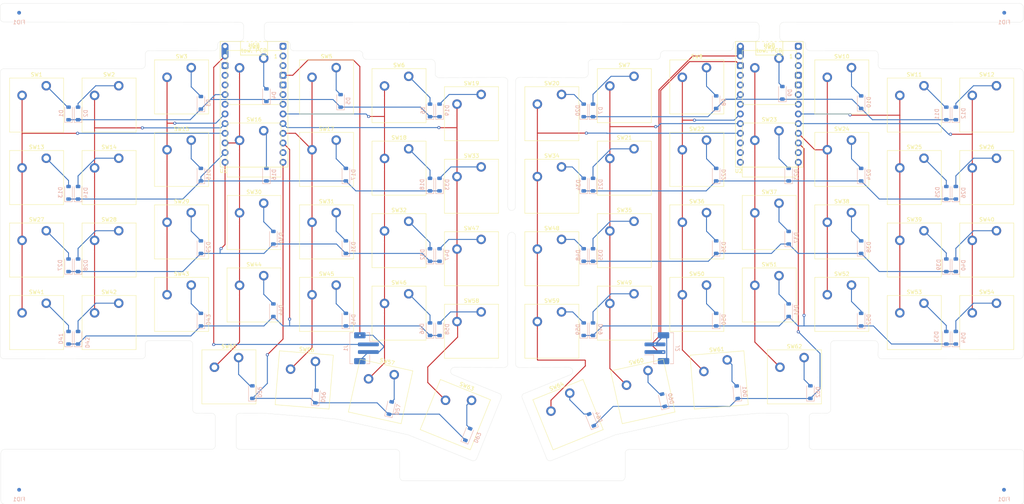
<source format=kicad_pcb>
(kicad_pcb (version 20240108) (generator "pcbnew") (generator_version "8.0")
  (layers (0 "F.Cu" signal) (31 "B.Cu" signal) (34 "B.Paste" user) (35 "F.Paste" user) (36 "B.SilkS" user "B.Silkscreen") (37 "F.SilkS" user "F.Silkscreen") (38 "B.Mask" user) (39 "F.Mask" user) (44 "Edge.Cuts" user))
  (net 0 "")
  (net 1 "COL0")
  (net 2 "COL1")
  (net 3 "COL10")
  (net 4 "COL11")
  (net 5 "COL12")
  (net 6 "COL13")
  (net 7 "COL2")
  (net 8 "COL3")
  (net 9 "COL4")
  (net 10 "COL5")
  (net 11 "COL6")
  (net 12 "COL8")
  (net 13 "COL9")
  (net 14 "N$1")
  (net 15 "N$2")
  (net 16 "N$3")
  (net 17 "N$4")
  (net 18 "COL14")
  (net 19 "N$10")
  (net 20 "N$11")
  (net 21 "N$12")
  (net 22 "N$13")
  (net 23 "N$14")
  (net 24 "N$15")
  (net 25 "N$16")
  (net 26 "N$17")
  (net 27 "N$18")
  (net 28 "N$19")
  (net 29 "N$20")
  (net 30 "N$21")
  (net 31 "N$22")
  (net 32 "N$23")
  (net 33 "N$24")
  (net 34 "N$25")
  (net 35 "N$26")
  (net 36 "N$27")
  (net 37 "N$28")
  (net 38 "N$29")
  (net 39 "N$30")
  (net 40 "N$31")
  (net 41 "N$32")
  (net 42 "N$33")
  (net 43 "ROW0")
  (net 44 "ROW1")
  (net 45 "ROW2")
  (net 46 "ROW3")
  (net 47 "ROW4")
  (net 48 "N$34")
  (net 49 "N$35")
  (net 50 "N$36")
  (net 51 "N$37")
  (net 52 "N$38")
  (net 53 "N$39")
  (net 54 "N$40")
  (net 55 "N$41")
  (net 56 "N$42")
  (net 57 "N$43")
  (net 58 "N$44")
  (net 59 "N$45")
  (net 60 "N$46")
  (net 61 "N$47")
  (net 62 "N$48")
  (net 63 "N$49")
  (net 64 "N$5")
  (net 65 "N$50")
  (net 66 "N$51")
  (net 67 "N$52")
  (net 68 "N$53")
  (net 69 "N$59")
  (net 70 "N$54")
  (net 71 "N$55")
  (net 72 "N$56")
  (net 73 "N$57")
  (net 74 "N$58")
  (net 75 "N$6")
  (net 76 "N$60")
  (net 77 "N$61")
  (net 78 "N$62")
  (net 79 "N$63")
  (net 80 "N$64")
  (net 81 "N$7")
  (net 82 "N$8")
  (net 83 "N$9")
  (net 84 "+BATT")
  (net 97 "ROW5")
  (net 109 "ROW7")
  (net 110 "ROW6")
  (net 111 "ROW8")
  (net 112 "ROW9")
  (net 113 "+BATT2")
  (net 118 "Net-(J1-MountPin)")
  (net 119 "Net-(J2-MountPin)")
  (footprint "SW_Cherry_MX_PCB_1.00u" (layer "F.Cu") (at 177.7 51.923)
    (property "Reference" "SW7")
    (property "Value" "SW_Push")
  )
  (footprint "SW_Cherry_MX_PCB_1.00u" (layer "F.Cu") (at 80.38 104.3105)
    (property "Reference" "SW44")
    (property "Value" "SW_Push")
  )
  (footprint "SW_Cherry_MX_PCB_1.00u" (layer "F.Cu") (at 177.7 90.023)
    (property "Reference" "SW35")
    (property "Value" "SW_Push")
  )
  (footprint "SW_Cherry_MX_PCB_1.00u" (layer "F.Cu") (at 177.7 70.973)
    (property "Reference" "SW21")
    (property "Value" "SW_Push")
  )
  (footprint "SW_Cherry_MX_PCB_1.00u" (layer "F.Cu") (at 118.48 51.923)
    (property "Reference" "SW6")
    (property "Value" "SW_Push")
  )
  (footprint "SW_Cherry_MX_PCB_1.00u" (layer "F.Cu") (at 196.75 68.686999)
    (property "Reference" "SW22")
    (property "Value" "SW_Push")
  )
  (footprint "" (layer "F.Cu") (at 148.87 87.21 90)
    (property "Reference" "")
    (property "Value" "")
  )
  (footprint "SW_Cherry_MX_PCB_1.00u" (layer "F.Cu") (at 61.33 87.737)
    (property "Reference" "SW29")
    (property "Value" "SW_Push")
  )
  (footprint "marbastlib-xp-promicroish:SuperMini_nRF52840_AH_USBdn" (layer "F.Cu") (at 215.8 55.4655)
    (property "Reference" "U2")
    (property "Value" "SuperMini nRF52840")
  )
  (footprint "SW_Cherry_MX_PCB_1.00u" (layer "F.Cu") (at 61.33 68.686999)
    (property "Reference" "SW15")
    (property "Value" "SW_Push")
  )
  (footprint "" (layer "F.Cu") (at 218.01 37.42)
    (property "Reference" "")
    (property "Value" "")
  )
  (footprint "SW_Cherry_MX_PCB_1.00u" (layer "F.Cu") (at 137.53 75.7355)
    (property "Reference" "SW33")
    (property "Value" "SW_Push")
  )
  (footprint "SW_Cherry_MX_PCB_1.00u" (layer "F.Cu") (at 23.23 54.3995)
    (property "Reference" "SW1")
    (property "Value" "SW_Push")
  )
  (footprint "" (layer "F.Cu") (at 147.34 83.86 90)
    (property "Reference" "")
    (property "Value" "")
  )
  (footprint "" (layer "F.Cu") (at 221.35 135.67 180)
    (property "Reference" "")
    (property "Value" "")
  )
  (footprint "" (layer "F.Cu") (at 81.44 37.42)
    (property "Reference" "")
    (property "Value" "")
  )
  (footprint "" (layer "F.Cu") (at 225.76 135.67 180)
    (property "Reference" "")
    (property "Value" "")
  )
  (footprint "SW_Cherry_MX_PCB_1.00u" (layer "F.Cu") (at 42.28 73.4495)
    (property "Reference" "SW14")
    (property "Value" "SW_Push")
  )
  (footprint "" (layer "F.Cu") (at 80.34 37.42)
    (property "Reference" "")
    (property "Value" "")
  )
  (footprint "SW_Cherry_MX_PCB_1.00u" (layer "F.Cu") (at 23.23 111.5495)
    (property "Reference" "SW41")
    (property "Value" "SW_Push")
  )
  (footprint "SW_Cherry_MX_PCB_1.00u" (layer "F.Cu") (at 80.38 66.2105)
    (property "Reference" "SW16")
    (property "Value" "SW_Push")
  )
  (footprint "SW_Cherry_MX_PCB_1.00u" (layer "F.Cu") (at 272.95 54.3995)
    (property "Reference" "SW12")
    (property "Value" "SW_Push")
  )
  (footprint "SW_Cherry_MX_PCB_1.00u" (layer "F.Cu") (at 118.48 90.023)
    (property "Reference" "SW32")
    (property "Value" "SW_Push")
  )
  (footprint "SW_Cherry_MX_PCB_1.00u" (layer "F.Cu") (at 272.95 111.5495)
    (property "Reference" "SW54")
    (property "Value" "SW_Push")
  )
  (footprint "SW_Cherry_MX_PCB_1.00u" (layer "F.Cu") (at 234.85 68.686999)
    (property "Reference" "SW24")
    (property "Value" "SW_Push")
  )
  (footprint "" (layer "F.Cu") (at 148.87 82.8 90)
    (property "Reference" "")
    (property "Value" "")
  )
  (footprint "SW_Cherry_MX_PCB_1.00u" (layer "F.Cu") (at 133.28107 135.761798 -22)
    (property "Reference" "SW63")
    (property "Value" "SW_Push")
  )
  (footprint "" (layer "F.Cu") (at 147.34 84.97 90)
    (property "Reference" "")
    (property "Value" "")
  )
  (footprint "SW_Cherry_MX_PCB_1.00u" (layer "F.Cu") (at 99.43 68.686999)
    (property "Reference" "SW17")
    (property "Value" "SW_Push")
  )
  (footprint "" (layer "F.Cu") (at 148.87 83.91 90)
    (property "Reference" "")
    (property "Value" "")
  )
  (footprint "SW_Cherry_MX_PCB_1.00u" (layer "F.Cu") (at 158.65 94.7855)
    (property "Reference" "SW48")
    (property "Value" "SW_Push")
  )
  (footprint "" (layer "F.Cu") (at 147.34 82.75 90)
    (property "Reference" "")
    (property "Value" "")
  )
  (footprint "SW_Cherry_MX_PCB_1.00u" (layer "F.Cu") (at 99.43 106.787)
    (property "Reference" "SW45")
    (property "Value" "SW_Push")
  )
  (footprint "SW_Cherry_MX_PCB_1.00u" (layer "F.Cu") (at 137.53 56.6855)
    (property "Reference" "SW19")
    (property "Value" "SW_Push")
  )
  (footprint "" (layer "F.Cu") (at 72.94 135.67 180)
    (property "Reference" "")
    (property "Value" "")
  )
  (footprint "" (layer "F.Cu") (at 79.23 37.42)
    (property "Reference" "")
    (property "Value" "")
  )
  (footprint "" (layer "F.Cu") (at 74.05 135.67 180)
    (property "Reference" "")
    (property "Value" "")
  )
  (footprint "SW_Cherry_MX_PCB_1.00u" (layer "F.Cu") (at 42.28 54.3995)
    (property "Reference" "SW2")
    (property "Value" "SW_Push")
  )
  (footprint "SW_Cherry_MX_PCB_1.00u" (layer "F.Cu") (at 80.38 85.2605)
    (property "Reference" "SW30")
    (property "Value" "SW_Push")
  )
  (footprint "" (layer "F.Cu") (at 148.87 85.02 90)
    (property "Reference" "")
    (property "Value" "")
  )
  (footprint "SW_Cherry_MX_PCB_1.00u" (layer "F.Cu") (at 215.8 66.2105)
    (property "Reference" "SW23")
    (property "Value" "SW_Push")
  )
  (footprint "SW_Cherry_MX_PCB_1.00u" (layer "F.Cu") (at 99.43 87.737)
    (property "Reference" "SW31")
    (property "Value" "SW_Push")
  )
  (footprint "SW_Cherry_MX_PCB_1.00u" (layer "F.Cu") (at 215.8 47.1605)
    (property "Reference" "SW9")
    (property "Value" "SW_Push")
  )
  (footprint "SW_Cherry_MX_PCB_1.00u" (layer "F.Cu") (at 196.75 106.787)
    (property "Reference" "SW50")
    (property "Value" "SW_Push")
  )
  (footprint "SW_Cherry_MX_PCB_1.00u" (layer "F.Cu") (at 202.60566 126.638072 4.6)
    (property "Reference" "SW61")
    (property "Value" "SW_Push")
  )
  (footprint "" (layer "F.Cu") (at 214.71 37.42)
    (property "Reference" "")
    (property "Value" "")
  )
  (footprint "SW_Cherry_MX_PCB_1.00u" (layer "F.Cu") (at 118.48 70.973)
    (property "Reference" "SW18")
    (property "Value" "SW_Push")
  )
  (footprint "SW_Cherry_MX_PCB_1.00u" (layer "F.Cu") (at 158.65 113.8355)
    (property "Reference" "SW59")
    (property "Value" "SW_Push")
  )
  (footprint "SW_Cherry_MX_PCB_1.00u" (layer "F.Cu") (at 253.9 111.5495)
    (property "Reference" "SW53")
    (property "Value" "SW_Push")
  )
  (footprint "SW_Cherry_MX_PCB_1.00u" (layer "F.Cu") (at 61.33 49.637)
    (property "Reference" "SW3")
    (property "Value" "SW_Push")
  )
  (footprint "" (layer "F.Cu") (at 82.53 37.42)
    (property "Reference" "")
    (property "Value" "")
  )
  (footprint "" (layer "F.Cu") (at 216.92 37.42)
    (property "Reference" "")
    (property "Value" "")
  )
  (footprint "SW_Cherry_MX_PCB_1.00u" (layer "F.Cu") (at 118.48 109.073)
    (property "Reference" "SW46")
    (property "Value" "SW_Push")
  )
  (footprint "" (layer "F.Cu") (at 70.75 135.67 180)
    (property "Reference" "")
    (property "Value" "")
  )
  (footprint "SW_Cherry_MX_PCB_1.00u" (layer "F.Cu") (at 23.23 73.4495)
    (property "Reference" "SW13")
    (property "Value" "SW_Push")
  )
  (footprint "SW_Cherry_MX_PCB_1.00u" (layer "F.Cu") (at 253.9 54.3995)
    (property "Reference" "SW11")
    (property "Value" "SW_Push")
  )
  (footprint "" (layer "F.Cu") (at 222.44 135.67 180)
    (property "Reference" "")
    (property "Value" "")
  )
  (footprint "SW_Cherry_MX_PCB_1.00u" (layer "F.Cu") (at 137.53 113.8355)
    (property "Reference" "SW58")
    (property "Value" "SW_Push")
  )
  (footprint "" (layer "F.Cu") (at 78.12 37.42)
    (property "Reference" "")
    (property "Value" "")
  )
  (footprint "SW_Cherry_MX_PCB_1.00u" (layer "F.Cu") (at 80.38 47.1605)
    (property "Reference" "SW4")
    (property "Value" "SW_Push")
  )
  (footprint "SW_Cherry_MX_PCB_1.00u" (layer "F.Cu") (at 162.89893 135.761798 22)
    (property "Reference" "SW64")
    (property "Value" "SW_Push")
  )
  (footprint "" (layer "F.Cu") (at 148.87 86.12 90)
    (property "Reference" "")
    (property "Value" "")
  )
  (footprint "SW_Cherry_MX_PCB_1.00u" (layer "F.Cu") (at 253.9 73.4495)
    (property "Reference" "SW25")
    (property "Value" "SW_Push")
  )
  (footprint "SW_Cherry_MX_PCB_1.00u" (layer "F.Cu") (at 99.43 49.637)
    (property "Reference" "SW5")
    (property "Value" "SW_Push")
  )
  (footprint "" (layer "F.Cu") (at 147.34 87.16 90)
    (property "Reference" "")
    (property "Value" "")
  )
  (footprint "SW_Cherry_MX_PCB_1.00u" (layer "F.Cu") (at 234.85 106.787)
    (property "Reference" "SW52")
    (property "Value" "SW_Push")
  )
  (footprint "SW_Cherry_MX_PCB_1.00u" (layer "F.Cu") (at 113.640416 129.659987 -12.5)
    (property "Reference" "SW57")
    (property "Value" "SW_Push")
  )
  (footprint "SW_Cherry_MX_PCB_1.00u" (layer "F.Cu") (at 93.57434 126.638072 -4.6)
    (property "Reference" "SW56")
    (property "Value" "SW_Push")
  )
  (footprint "SW_Cherry_MX_PCB_1.00u" (layer "F.Cu") (at 158.65 75.7355)
    (property "Reference" "SW34")
    (property "Value" "SW_Push")
  )
  (footprint "SW_Cherry_MX_PCB_1.00u" (layer "F.Cu") (at 158.65 56.6855)
    (property "Reference" "SW20")
    (property "Value" "SW_Push")
  )
  (footprint "SW_Cherry_MX_PCB_1.00u" (layer "F.Cu") (at 234.85 87.737)
    (property "Reference" "SW38")
    (property "Value" "SW_Push")
  )
  (footprint "" (layer "F.Cu") (at 224.65 135.67 180)
    (property "Reference" "")
    (property "Value" "")
  )
  (footprint "SW_Cherry_MX_PCB_1.00u" (layer "F.Cu") (at 177.7 109.073)
    (property "Reference" "SW49")
    (property "Value" "SW_Push")
  )
  (footprint "SW_Cherry_MX_PCB_1.00u" (layer "F.Cu") (at 182.539584 129.659987 12.5)
    (property "Reference" "SW60")
    (property "Value" "SW_Push")
  )
  (footprint "" (layer "F.Cu") (at 213.6 37.42)
    (property "Reference" "")
    (property "Value" "")
  )
  (footprint "SW_Cherry_MX_PCB_1.00u" (layer "F.Cu") (at 61.33 106.787)
    (property "Reference" "SW43")
    (property "Value" "SW_Push")
  )
  (footprint "" (layer "F.Cu") (at 147.34 86.07 90)
    (property "Reference" "")
    (property "Value" "")
  )
  (footprint "" (layer "F.Cu") (at 223.54 135.67 180)
    (property "Reference" "")
    (property "Value" "")
  )
  (footprint "" (layer "F.Cu") (at 71.84 135.67 180)
    (property "Reference" "")
    (property "Value" "")
  )
  (footprint "SW_Cherry_MX_PCB_1.00u" (layer "F.Cu") (at 23.23 92.4995)
    (property "Reference" "SW27")
    (property "Value" "SW_Push")
  )
  (footprint "SW_Cherry_MX_PCB_1.00u" (layer "F.Cu") (at 73.78 125.837)
    (property "Reference" "SW55")
    (property "Value" "SW_Push")
  )
  (footprint "SW_Cherry_MX_PCB_1.00u" (layer "F.Cu") (at 222.4 125.837)
    (property "Reference" "SW62")
    (property "Value" "SW_Push")
  )
  (footprint "SW_Cherry_MX_PCB_1.00u" (layer "F.Cu") (at 196.75 49.637)
    (property "Reference" "SW8")
    (property "Value" "SW_Push")
  )
  (footprint "SW_Cherry_MX_PCB_1.00u" (layer "F.Cu") (at 215.8 85.2605)
    (property "Reference" "SW37")
    (property "Value" "SW_Push")
  )
  (footprint "SW_Cherry_MX_PCB_1.00u" (layer "F.Cu") (at 272.95 92.4995)
    (property "Reference" "SW40")
    (property "Value" "SW_Push")
  )
  (footprint "SW_Cherry_MX_PCB_1.00u" (layer "F.Cu") (at 137.53 94.7855)
    (property "Reference" "SW47")
    (property "Value" "SW_Push")
  )
  (footprint "SW_Cherry_MX_PCB_1.00u" (layer "F.Cu") (at 42.28 92.4995)
    (property "Reference" "SW28")
    (property "Value" "SW_Push")
  )
  (footprint "SW_Cherry_MX_PCB_1.00u" (layer "F.Cu") (at 272.95 73.4495)
    (property "Reference" "SW26")
    (property "Value" "SW_Push")
  )
  (footprint "SW_Cherry_MX_PCB_1.00u" (layer "F.Cu") (at 234.85 49.637)
    (property "Reference" "SW10")
    (property "Value" "SW_Push")
  )
  (footprint "SW_Cherry_MX_PCB_1.00u" (layer "F.Cu") (at 42.28 111.5495)
    (property "Reference" "SW42")
    (property "Value" "SW_Push")
  )
  (footprint "" (layer "F.Cu") (at 215.82 37.42)
    (property "Reference" "")
    (property "Value" "")
  )
  (footprint "SW_Cherry_MX_PCB_1.00u" (layer "F.Cu") (at 253.9 92.4995)
    (property "Reference" "SW39")
    (property "Value" "SW_Push")
  )
  (footprint "" (layer "F.Cu") (at 75.16 135.67 180)
    (property "Reference" "")
    (property "Value" "")
  )
  (footprint "marbastlib-xp-promicroish:SuperMini_nRF52840_AH_USBdn" (layer "F.Cu") (at 80.38 55.4655)
    (property "Reference" "U1")
    (property "Value" "SuperMini nRF52840")
  )
  (footprint "SW_Cherry_MX_PCB_1.00u" (layer "F.Cu") (at 196.75 87.737)
    (property "Reference" "SW36")
    (property "Value" "SW_Push")
  )
  (footprint "SW_Cherry_MX_PCB_1.00u" (layer "F.Cu") (at 215.8 104.3105)
    (property "Reference" "SW51")
    (property "Value" "SW_Push")
  )
  (footprint "Diode_SMD:D_SOD-123" (layer "B.Cu") (at 201.83 53.637 90)
    (property "Reference" "D8")
    (property "Value" "D")
  )
  (footprint "Diode_SMD:D_SOD-123" (layer "B.Cu") (at 66.41 72.686999 90)
    (property "Reference" "D15")
    (property "Value" "D")
  )
  (footprint "Diode_SMD:D_SOD-123" (layer "B.Cu") (at 167.0125 93.7995 90)
    (property "Reference" "D48")
    (property "Value" "D")
  )
  (footprint "Diode_SMD:D_SOD-123" (layer "B.Cu") (at 187.969676 131.974131 102.5)
    (property "Reference" "D60")
    (property "Value" "D")
  )
  (footprint "Diode_SMD:D_SOD-123" (layer "B.Cu") (at 129.13 93.7995 90)
    (property "Reference" "D47")
    (property "Value" "D")
  )
  (footprint "Diode_SMD:D_SOD-123" (layer "B.Cu") (at 31.63 56.5995 90)
    (property "Reference" "D1")
    (property "Value" "D")
  )
  (footprint "Diode_SMD:D_SOD-123" (layer "B.Cu") (at 136.540042 140.945787 68)
    (property "Reference" "D63")
    (property "Value" "D")
  )
  (footprint "Diode_SMD:D_SOD-123" (layer "B.Cu") (at 126.63 75.2995 90)
    (property "Reference" "D18")
    (property "Value" "D")
  )
  (footprint "Diode_SMD:D_SOD-123" (layer "B.Cu") (at 239.93 91.737 90)
    (property "Reference" "D38")
    (property "Value" "D")
  )
  (footprint "Diode_SMD:D_SOD-123" (layer "B.Cu") (at 34.13 77.4495 90)
    (property "Reference" "D14")
    (property "Value" "D")
  )
  (footprint "Diode_SMD:D_SOD-123" (layer "B.Cu") (at 66.41 110.787 90)
    (property "Reference" "D43")
    (property "Value" "D")
  )
  (footprint "Diode_SMD:D_SOD-123" (layer "B.Cu") (at 167.0125 113.2995 90)
    (property "Reference" "D59")
    (property "Value" "D")
  )
  (footprint "Diode_SMD:D_SOD-123" (layer "B.Cu") (at 85.46 108.3105 90)
    (property "Reference" "D44")
    (property "Value" "D")
  )
  (footprint "Diode_SMD:D_SOD-123" (layer "B.Cu") (at 167.0125 55.7995 90)
    (property "Reference" "D20")
    (property "Value" "D")
  )
  (footprint "Diode_SMD:D_SOD-123" (layer "B.Cu") (at 83.63 72.686999 90)
    (property "Reference" "D16")
    (property "Value" "D")
  )
  (footprint "Diode_SMD:D_SOD-123" (layer "B.Cu") (at 264.8125 96.4995 90)
    (property "Reference" "D40")
    (property "Value" "D")
  )
  (footprint "Diode_SMD:D_SOD-123" (layer "B.Cu") (at 239.93 110.787 90)
    (property "Reference" "D52")
    (property "Value" "D")
  )
  (footprint "Connector_JST:JST_PH_B2B-PH-SM4-TB_1x02-1MP_P2.00mm_Vertical" (layer "B.Cu") (at 109.93 118.3005 -90)
    (property "Reference" "J1")
    (property "Value" "Battery")
  )
  (footprint "Diode_SMD:D_SOD-123" (layer "B.Cu") (at 116.19 134.0195 77.5)
    (property "Reference" "D57")
    (property "Value" "D")
  )
  (footprint "Diode_SMD:D_SOD-123" (layer "B.Cu") (at 169.060145 137.139784 112)
    (property "Reference" "D64")
    (property "Value" "D")
  )
  (footprint "Diode_SMD:D_SOD-123" (layer "B.Cu") (at 262.3125 96.4995 90)
    (property "Reference" "D39")
    (property "Value" "D")
  )
  (footprint "Diode_SMD:D_SOD-123" (layer "B.Cu") (at 201.83 110.787 90)
    (property "Reference" "D50")
    (property "Value" "D")
  )
  (footprint "Diode_SMD:D_SOD-123" (layer "B.Cu") (at 126.63 93.7995 90)
    (property "Reference" "D32")
    (property "Value" "D")
  )
  (footprint "Diode_SMD:D_SOD-123" (layer "B.Cu") (at 129.13 113.2995 90)
    (property "Reference" "D58")
    (property "Value" "D")
  )
  (footprint "Diode_SMD:D_SOD-123" (layer "B.Cu") (at 262.3125 77.4495 90)
    (property "Reference" "D25")
    (property "Value" "D")
  )
  (footprint "Diode_SMD:D_SOD-123" (layer "B.Cu") (at 226.595 129.837 90)
    (property "Reference" "D62")
    (property "Value" "D")
  )
  (footprint "Diode_SMD:D_SOD-123" (layer "B.Cu") (at 126.63 113.2995 90)
    (property "Reference" "D46")
    (property "Value" "D")
  )
  (footprint "Diode_SMD:D_SOD-123" (layer "B.Cu") (at 220.88 72.686999 90)
    (property "Reference" "D23")
    (property "Value" "D")
  )
  (footprint "Diode_SMD:D_SOD-123" (layer "B.Cu") (at 129.13 75.2995 90)
    (property "Reference" "D33")
    (property "Value" "D")
  )
  (footprint "Diode_SMD:D_SOD-123" (layer "B.Cu") (at 169.4625 75.2995 90)
    (property "Reference" "D21")
    (property "Value" "D")
  )
  (footprint "Diode_SMD:D_SOD-123" (layer "B.Cu") (at 104.51 72.686999 90)
    (property "Reference" "D17")
    (property "Value" "D")
  )
  (footprint "Diode_SMD:D_SOD-123" (layer "B.Cu") (at 239.93 72.686999 90)
    (property "Reference" "D24")
    (property "Value" "D")
  )
  (footprint "Diode_SMD:D_SOD-123" (layer "B.Cu") (at 207.356772 129.871713 95)
    (property "Reference" "D61")
    (property "Value" "D")
  )
  (footprint "Diode_SMD:D_SOD-123" (layer "B.Cu") (at 104.51 110.787 90)
    (property "Reference" "D45")
    (property "Value" "D")
  )
  (footprint "Diode_SMD:D_SOD-123" (layer "B.Cu") (at 264.8125 115.5495 90)
    (property "Reference" "D54")
    (property "Value" "D")
  )
  (footprint "Fiducial:Fiducial_1mm_Dia_2.54mm_Outer_CopperTop" (layer "B.Cu") (at 277.540018 30.135)
    (property "Reference" "FID1")
    (property "Value" "Fiducial")
  )
  (footprint "Fiducial:Fiducial_1mm_Dia_2.54mm_Outer_CopperTop" (layer "B.Cu") (at 18.64 30.135)
    (property "Reference" "FID1")
    (property "Value" "Fiducial")
  )
  (footprint "Fiducial:Fiducial_1mm_Dia_2.54mm_Outer_CopperTop" (layer "B.Cu") (at 277.47 155.5)
    (property "Reference" "FID1")
    (property "Value" "Fiducial")
  )
  (footprint "Diode_SMD:D_SOD-123" (layer "B.Cu") (at 129.13 55.7995 90)
    (property "Reference" "D19")
    (property "Value" "D")
  )
  (footprint "Diode_SMD:D_SOD-123" (layer "B.Cu") (at 31.63 77.4495 90)
    (property "Reference" "D13")
    (property "Value" "D")
  )
  (footprint "Diode_SMD:D_SOD-123" (layer "B.Cu") (at 239.93 53.637 90)
    (property "Reference" "D10")
    (property "Value" "D")
  )
  (footprint "Diode_SMD:D_SOD-123" (layer "B.Cu") (at 34.13 56.5995 90)
    (property "Reference" "D2")
    (property "Value" "D")
  )
  (footprint "Diode_SMD:D_SOD-123" (layer "B.Cu") (at 85.46 89.2605 90)
    (property "Reference" "D30")
    (property "Value" "D")
  )
  (footprint "Diode_SMD:D_SOD-123" (layer "B.Cu") (at 31.63 96.4995 90)
    (property "Reference" "D27")
    (property "Value" "D")
  )
  (footprint "Diode_SMD:D_SOD-123" (layer "B.Cu") (at 66.41 91.737 90)
    (property "Reference" "D29")
    (property "Value" "D")
  )
  (footprint "Diode_SMD:D_SOD-123" (layer "B.Cu") (at 31.63 115.5495 90)
    (property "Reference" "D41")
    (property "Value" "D")
  )
  (footprint "Diode_SMD:D_SOD-123" (layer "B.Cu") (at 126.63 55.7995 90)
    (property "Reference" "D6")
    (property "Value" "D")
  )
  (footprint "Diode_SMD:D_SOD-123" (layer "B.Cu") (at 264.8125 56.5995 90)
    (property "Reference" "D12")
    (property "Value" "D")
  )
  (footprint "Diode_SMD:D_SOD-123" (layer "B.Cu") (at 169.4625 55.7995 90)
    (property "Reference" "D7")
    (property "Value" "D")
  )
  (footprint "Diode_SMD:D_SOD-123" (layer "B.Cu") (at 201.83 72.686999 90)
    (property "Reference" "D22")
    (property "Value" "D")
  )
  (footprint "Fiducial:Fiducial_1mm_Dia_2.54mm_Outer_CopperTop" (layer "B.Cu") (at 18.64 155.5)
    (property "Reference" "FID1")
    (property "Value" "Fiducial")
  )
  (footprint "Diode_SMD:D_SOD-123" (layer "B.Cu") (at 220.88 108.3105 90)
    (property "Reference" "D51")
    (property "Value" "D")
  )
  (footprint "Diode_SMD:D_SOD-123" (layer "B.Cu") (at 104.51 91.737 90)
    (property "Reference" "D31")
    (property "Value" "D")
  )
  (footprint "Diode_SMD:D_SOD-123" (layer "B.Cu") (at 83.63 51.7995 90)
    (property "Reference" "D4")
    (property "Value" "D")
  )
  (footprint "Diode_SMD:D_SOD-123" (layer "B.Cu") (at 264.8125 77.4495 90)
    (property "Reference" "D26")
    (property "Value" "D")
  )
  (footprint "Diode_SMD:D_SOD-123" (layer "B.Cu") (at 103.13 53.2995 90)
    (property "Reference" "D5")
    (property "Value" "D")
  )
  (footprint "Diode_SMD:D_SOD-123" (layer "B.Cu") (at 167.0125 75.2995 90)
    (property "Reference" "D34")
    (property "Value" "D")
  )
  (footprint "Diode_SMD:D_SOD-123" (layer "B.Cu") (at 34.13 96.4995 90)
    (property "Reference" "D28")
    (property "Value" "D")
  )
  (footprint "Diode_SMD:D_SOD-123" (layer "B.Cu") (at 96.63 130.9995 85)
    (property "Reference" "D56")
    (property "Value" "D")
  )
  (footprint "Diode_SMD:D_SOD-123" (layer "B.Cu") (at 169.4625 93.7995 90)
    (property "Reference" "D35")
    (property "Value" "D")
  )
  (footprint "Diode_SMD:D_SOD-123" (layer "B.Cu") (at 262.3125 56.5995 90)
    (property "Reference" "D11")
    (property "Value" "D")
  )
  (footprint "Diode_SMD:D_SOD-123" (layer "B.Cu") (at 66.41 53.7995 90)
    (property "Reference" "D3")
    (property "Value" "D")
  )
  (footprint "Diode_SMD:D_SOD-123" (layer "B.Cu") (at 220.88 89.2605 90)
    (property "Reference" "D37")
    (property "Value" "D")
  )
  (footprint "Diode_SMD:D_SOD-123" (layer "B.Cu") (at 79.9355 129.837 90)
    (property "Reference" "D55")
    (property "Value" "D")
  )
  (footprint "Diode_SMD:D_SOD-123" (layer "B.Cu") (at 34.13 115.5495 90)
    (property "Reference" "D42")
    (property "Value" "D")
  )
  (footprint "Diode_SMD:D_SOD-123" (layer "B.Cu") (at 219.2225 51.1705 90)
    (property "Reference" "D9")
    (property "Value" "D")
  )
  (footprint "Diode_SMD:D_SOD-123" (layer "B.Cu") (at 262.3125 115.5495 90)
    (property "Reference" "D53")
    (property "Value" "D")
  )
  (footprint "Connector_JST:JST_PH_B2B-PH-SM4-TB_1x02-1MP_P2.00mm_Vertical" (layer "B.Cu") (at 186.25 118.3005 90)
    (property "Reference" "J2")
    (property "Value" "Battery")
  )
  (footprint "Diode_SMD:D_SOD-123" (layer "B.Cu") (at 201.83 91.737 90)
    (property "Reference" "D36")
    (property "Value" "D")
  )
  (footprint "Diode_SMD:D_SOD-123" (layer "B.Cu") (at 169.4625 113.2995 90)
    (property "Reference" "D49")
    (property "Value" "D")
  )
  (gr_line (start 168.21 43.4105) (end 168.19 46.1805) (stroke (width 0.05)) (layer "Edge.Cuts"))
  (gr_line (start 84.070009 37.609991) (end 88.92 37.6205) (stroke (width 0.05)) (layer "Edge.Cuts"))
  (gr_arc (start 14.68 121.0905) (mid 13.972886 120.79761) (end 13.68 120.0905) (stroke (width 0.05)) (layer "Edge.Cuts"))
  (gr_arc (start 51.811225 43.8205) (mid 51.529582 44.524711) (end 50.840006 44.8405) (stroke (width 0.05)) (layer "Edge.Cuts"))
  (gr_arc (start 83.070018 33.63) (mid 83.362909 32.9229) (end 84.070009 32.630009) (stroke (width 0.05)) (layer "Edge.Cuts"))
  (gr_line (start 76.660009 135.400009) (end 83.32 135.4105) (stroke (width 0.05)) (layer "Edge.Cuts"))
  (gr_arc (start 70.19 143.88) (mid 69.897109 144.5871) (end 69.190009 144.879991) (stroke (width 0.05)) (layer "Edge.Cuts"))
  (gr_line (start 108.990073 41.1405) (end 108.98 41.4105) (stroke (width 0.05)) (layer "Edge.Cuts"))
  (gr_arc (start 281.519999 44.840501) (mid 282.227099 45.133397) (end 282.519999 45.840501) (stroke (width 0.05)) (layer "Edge.Cuts"))
  (gr_line (start 84.070009 32.630009) (end 212.110009 32.610009) (stroke (width 0.05)) (layer "Edge.Cuts"))
  (gr_arc (start 219.560009 37.599991) (mid 218.852909 37.3071) (end 218.560018 36.6) (stroke (width 0.05)) (layer "Edge.Cuts"))
  (gr_line (start 90.88 40.1405) (end 107.990073 40.1405) (stroke (width 0.05)) (layer "Edge.Cuts"))
  (gr_arc (start 282.54 31.65) (mid 282.247109 32.3571) (end 281.540009 32.649991) (stroke (width 0.05)) (layer "Edge.Cuts"))
  (gr_line (start 14.860009 144.880009) (end 69.190009 144.879991) (stroke (width 0.05)) (layer "Edge.Cuts"))
  (gr_arc (start 220.8 143.91) (mid 220.507109 144.6171) (end 219.800009 144.909991) (stroke (width 0.05)) (layer "Edge.Cuts"))
  (gr_line (start 71.82 37.6105) (end 76.610009 37.609991) (stroke (width 0.05)) (layer "Edge.Cuts"))
  (gr_line (start 205.3 40.1405) (end 188.189927 40.1405) (stroke (width 0.05)) (layer "Edge.Cuts"))
  (gr_line (start 109.98 42.4105) (end 126.97 42.4105) (stroke (width 0.05)) (layer "Edge.Cuts"))
  (gr_line (start 245.35 121.1005) (end 281.5 121.0905) (stroke (width 0.05)) (layer "Edge.Cuts"))
  (gr_line (start 167.19 47.1805) (end 150.1 47.1405) (stroke (width 0.05)) (layer "Edge.Cuts"))
  (gr_arc (start 119.690009 153.169991) (mid 118.982909 152.8771) (end 118.690018 152.17) (stroke (width 0.05)) (layer "Edge.Cuts"))
  (gr_line (start 120.89 141.0705) (end 102.29 136.9405) (stroke (width 0.05)) (layer "Edge.Cuts"))
  (gr_arc (start 65.24 135.3705) (mid 64.532886 135.07761) (end 64.24 134.3705) (stroke (width 0.05)) (layer "Edge.Cuts"))
  (gr_arc (start 63.27 116.2905) (mid 63.9771 116.583396) (end 64.27 117.2905) (stroke (width 0.05)) (layer "Edge.Cuts"))
  (gr_arc (start 224.36 37.6105) (mid 225.0671 37.903396) (end 225.36 38.6105) (stroke (width 0.05)) (layer "Edge.Cuts"))
  (gr_line (start 14.860009 159.289991) (end 281.720009 159.289991) (stroke (width 0.05)) (layer "Edge.Cuts"))
  (gr_arc (start 76.660009 144.899991) (mid 75.952909 144.6071) (end 75.660018 143.9) (stroke (width 0.05)) (layer "Edge.Cuts"))
  (gr_arc (start 206.26 38.6205) (mid 206.552891 37.913391) (end 207.26 37.6205) (stroke (width 0.05)) (layer "Edge.Cuts"))
  (gr_arc (start 281.700009 144.920009) (mid 282.407109 145.2129) (end 282.7 145.92) (stroke (width 0.05)) (layer "Edge.Cuts"))
  (gr_line (start 186.2 42.4105) (end 169.21 42.4105) (stroke (width 0.05)) (layer "Edge.Cuts"))
  (gr_line (start 118.67 145.9) (end 118.690018 152.17) (stroke (width 0.05)) (layer "Edge.Cuts"))
  (gr_arc (start 90.88 40.1405) (mid 90.172886 39.84761) (end 89.88 39.1405) (stroke (width 0.05)) (layer "Edge.Cuts"))
  (gr_arc (start 227.260009 144.919991) (mid 226.552909 144.6271) (end 226.260018 143.92) (stroke (width 0.05)) (layer "Edge.Cuts"))
  (gr_arc (start 226.36 40.0905) (mid 225.652886 39.79761) (end 225.36 39.0905) (stroke (width 0.05)) (layer "Edge.Cuts"))
  (gr_line (start 175.29 141.0705) (end 193.89 136.9405) (stroke (width 0.05)) (layer "Edge.Cuts"))
  (gr_line (start 193.89 136.9405) (end 212.86 135.4105) (stroke (width 0.05)) (layer "Edge.Cuts"))
  (gr_line (start 13.640018 28.7) (end 13.640018 31.57) (stroke (width 0.05)) (layer "Edge.Cuts"))
  (gr_line (start 102.29 136.9405) (end 83.32 135.4105) (stroke (width 0.05)) (layer "Edge.Cuts"))
  (gr_arc (start 14.860009 159.289991) (mid 14.152909 158.9971) (end 13.860018 158.29) (stroke (width 0.05)) (layer "Edge.Cuts"))
  (gr_line (start 83.070018 33.63) (end 83.070018 36.61) (stroke (width 0.05)) (layer "Edge.Cuts"))
  (gr_arc (start 231.91 117.2905) (mid 232.202891 116.583391) (end 232.91 116.2905) (stroke (width 0.05)) (layer "Edge.Cuts"))
  (gr_arc (start 128.99 47.1805) (mid 128.282886 46.88761) (end 127.99 46.1805) (stroke (width 0.05)) (layer "Edge.Cuts"))
  (gr_line (start 206.26 38.6205) (end 206.3 39.1405) (stroke (width 0.05)) (layer "Edge.Cuts"))
  (gr_line (start 50.83 121.1005) (end 14.68 121.0905) (stroke (width 0.05)) (layer "Edge.Cuts"))
  (gr_line (start 227.260009 135.380009) (end 230.94 135.3705) (stroke (width 0.05)) (layer "Edge.Cuts"))
  (gr_line (start 51.78 117.2905) (end 51.83 120.1005) (stroke (width 0.05)) (layer "Edge.Cuts"))
  (gr_line (start 231.94 134.3705) (end 231.91 117.2905) (stroke (width 0.05)) (layer "Edge.Cuts"))
  (gr_arc (start 51.83 120.1005) (mid 51.537105 120.807605) (end 50.83 121.1005) (stroke (width 0.05)) (layer "Edge.Cuts"))
  (gr_line (start 150.1 123.3805) (end 163.14 123.3405) (stroke (width 0.05)) (layer "Edge.Cuts"))
  (gr_arc (start 77.61 36.61) (mid 77.317109 37.3171) (end 76.610009 37.609991) (stroke (width 0.05)) (layer "Edge.Cuts"))
  (gr_arc (start 69.210009 135.380009) (mid 69.917109 135.6729) (end 70.21 136.38) (stroke (width 0.05)) (layer "Edge.Cuts"))
  (gr_arc (start 76.629991 32.610009) (mid 77.337091 32.9029) (end 77.629982 33.61) (stroke (width 0.05)) (layer "Edge.Cuts"))
  (gr_line (start 14.640009 32.569991) (end 76.629991 32.610009) (stroke (width 0.05)) (layer "Edge.Cuts"))
  (gr_arc (start 218.550018 33.66) (mid 218.842909 32.9529) (end 219.550009 32.660009) (stroke (width 0.05)) (layer "Edge.Cuts"))
  (gr_line (start 13.68 120.0905) (end 13.66 45.8405) (stroke (width 0.05)) (layer "Edge.Cuts"))
  (gr_arc (start 132.665211 125.26761) (mid 132.058381 124.149588) (end 133.04 123.3405) (stroke (width 0.05)) (layer "Edge.Cuts"))
  (gr_arc (start 245.35 121.1005) (mid 244.642886 120.80761) (end 244.35 120.1005) (stroke (width 0.05)) (layer "Edge.Cuts"))
  (gr_arc (start 168.21 43.4105) (mid 168.502891 42.703391) (end 169.21 42.4105) (stroke (width 0.05)) (layer "Edge.Cuts"))
  (gr_arc (start 158.591479 147.803782) (mid 157.746437 147.793514) (end 157.210001 147.1405) (stroke (width 0.05)) (layer "Edge.Cuts"))
  (gr_arc (start 282.5 120.0905) (mid 282.207105 120.797605) (end 281.5 121.0905) (stroke (width 0.05)) (layer "Edge.Cuts"))
  (gr_line (start 219.560009 37.599991) (end 224.36 37.6105) (stroke (width 0.05)) (layer "Edge.Cuts"))
  (gr_arc (start 146.08 47.1405) (mid 146.7871 47.433396) (end 147.08 48.1405) (stroke (width 0.05)) (layer "Edge.Cuts"))
  (gr_arc (start 150.1 123.3805) (mid 149.392886 123.08761) (end 149.1 122.3805) (stroke (width 0.05)) (layer "Edge.Cuts"))
  (gr_arc (start 177.89 152.17) (mid 177.597109 152.8771) (end 176.890009 153.169991) (stroke (width 0.05)) (layer "Edge.Cuts"))
  (gr_arc (start 168.19 46.1805) (mid 167.897105 46.887605) (end 167.19 47.1805) (stroke (width 0.05)) (layer "Edge.Cuts"))
  (gr_line (start 220.81 136.4) (end 220.8 143.91) (stroke (width 0.05)) (layer "Edge.Cuts"))
  (gr_arc (start 138.969999 147.1405) (mid 138.433556 147.793509) (end 137.588521 147.803782) (stroke (width 0.05)) (layer "Edge.Cuts"))
  (gr_line (start 163.514789 125.26761) (end 151.093422 130.324249) (stroke (width 0.05)) (layer "Edge.Cuts"))
  (gr_line (start 282.5 120.0905) (end 282.52 45.8405) (stroke (width 0.05)) (layer "Edge.Cuts"))
  (gr_arc (start 117.670009 144.900009) (mid 118.377109 145.1929) (end 118.67 145.9) (stroke (width 0.05)) (layer "Edge.Cuts"))
  (gr_arc (start 163.14 123.3405) (mid 164.121595 124.14959) (end 163.514789 125.26761) (stroke (width 0.05)) (layer "Edge.Cuts"))
  (gr_line (start 207.26 37.6205) (end 212.100009 37.609991) (stroke (width 0.05)) (layer "Edge.Cuts"))
  (gr_arc (start 206.3 39.1405) (mid 206.007105 39.847605) (end 205.3 40.1405) (stroke (width 0.05)) (layer "Edge.Cuts"))
  (gr_arc (start 51.79 41.0805) (mid 52.082891 40.373391) (end 52.79 40.0805) (stroke (width 0.05)) (layer "Edge.Cuts"))
  (gr_arc (start 126.97 42.4105) (mid 127.6771 42.703396) (end 127.97 43.4105) (stroke (width 0.05)) (layer "Edge.Cuts"))
  (gr_line (start 145.338951 131.376461) (end 138.969999 147.1405) (stroke (width 0.05)) (layer "Edge.Cuts"))
  (gr_arc (start 88.92 37.6205) (mid 89.6271 37.913396) (end 89.92 38.6205) (stroke (width 0.05)) (layer "Edge.Cuts"))
  (gr_arc (start 84.070009 37.609991) (mid 83.362909 37.3171) (end 83.070018 36.61) (stroke (width 0.05)) (layer "Edge.Cuts"))
  (gr_line (start 63.27 116.2905) (end 52.78 116.2905) (stroke (width 0.05)) (layer "Edge.Cuts"))
  (gr_arc (start 150.841049 131.376461) (mid 150.808543 130.812292) (end 151.093422 130.324249) (stroke (width 0.05)) (layer "Edge.Cuts"))
  (gr_arc (start 282.72 158.29) (mid 282.427109 158.9971) (end 281.720009 159.289991) (stroke (width 0.05)) (layer "Edge.Cuts"))
  (gr_line (start 149.1 122.3805) (end 149.09 88.83) (stroke (width 0.05)) (layer "Edge.Cuts"))
  (gr_arc (start 109.98 42.4105) (mid 109.272886 42.11761) (end 108.98 41.4105) (stroke (width 0.05)) (layer "Edge.Cuts"))
  (gr_line (start 150.841049 131.376461) (end 157.210001 147.1405) (stroke (width 0.05)) (layer "Edge.Cuts"))
  (gr_line (start 76.660009 144.899991) (end 117.670009 144.900009) (stroke (width 0.05)) (layer "Edge.Cuts"))
  (gr_line (start 177.910018 145.91) (end 177.89 152.17) (stroke (width 0.05)) (layer "Edge.Cuts"))
  (gr_line (start 244.39 41.0805) (end 244.368775 43.8205) (stroke (width 0.05)) (layer "Edge.Cuts"))
  (gr_arc (start 187.2 41.4105) (mid 186.907105 42.117605) (end 186.2 42.4105) (stroke (width 0.05)) (layer "Edge.Cuts"))
  (gr_line (start 281.700009 144.920009) (end 227.260009 144.919991) (stroke (width 0.05)) (layer "Edge.Cuts"))
  (gr_line (start 149.08 81.1) (end 149.1 48.1405) (stroke (width 0.05)) (layer "Edge.Cuts"))
  (gr_line (start 75.660018 136.4) (end 75.660018 143.9) (stroke (width 0.05)) (layer "Edge.Cuts"))
  (gr_line (start 70.21 136.38) (end 70.19 143.88) (stroke (width 0.05)) (layer "Edge.Cuts"))
  (gr_line (start 281.540009 27.700009) (end 14.640009 27.700009) (stroke (width 0.05)) (layer "Edge.Cuts"))
  (gr_arc (start 75.660018 136.4) (mid 75.952909 135.6929) (end 76.660009 135.400009) (stroke (width 0.05)) (layer "Edge.Cuts"))
  (gr_arc (start 14.640009 32.569991) (mid 13.932909 32.2771) (end 13.640018 31.57) (stroke (width 0.05)) (layer "Edge.Cuts"))
  (gr_arc (start 107.990073 40.1405) (mid 108.69719 40.433387) (end 108.990073 41.1405) (stroke (width 0.05)) (layer "Edge.Cuts"))
  (gr_line (start 147.08 48.1405) (end 147.080018 81.1) (stroke (width 0.05)) (layer "Edge.Cuts"))
  (gr_arc (start 149.08 81.1) (mid 148.080009 82.099991) (end 147.080018 81.1) (stroke (width 0.05)) (layer "Edge.Cuts"))
  (gr_arc (start 70.82 38.6105) (mid 71.112891 37.903391) (end 71.82 37.6105) (stroke (width 0.05)) (layer "Edge.Cuts"))
  (gr_line (start 146.08 123.3805) (end 133.04 123.3405) (stroke (width 0.05)) (layer "Edge.Cuts"))
  (gr_line (start 282.54 31.65) (end 282.54 28.7) (stroke (width 0.05)) (layer "Edge.Cuts"))
  (gr_arc (start 243.4 116.2905) (mid 244.1071 116.583396) (end 244.4 117.2905) (stroke (width 0.05)) (layer "Edge.Cuts"))
  (gr_line (start 219.800009 144.909991) (end 178.910009 144.910009) (stroke (width 0.05)) (layer "Edge.Cuts"))
  (gr_arc (start 177.910018 145.91) (mid 178.202909 145.2029) (end 178.910009 144.910009) (stroke (width 0.05)) (layer "Edge.Cuts"))
  (gr_line (start 226.260018 136.38) (end 226.260018 143.92) (stroke (width 0.05)) (layer "Edge.Cuts"))
  (gr_line (start 65.24 135.3705) (end 69.210009 135.380009) (stroke (width 0.05)) (layer "Edge.Cuts"))
  (gr_arc (start 70.82 39.0905) (mid 70.527105 39.797605) (end 69.82 40.0905) (stroke (width 0.05)) (layer "Edge.Cuts"))
  (gr_line (start 281.52 44.8405) (end 245.339994 44.8405) (stroke (width 0.05)) (layer "Edge.Cuts"))
  (gr_arc (start 243.39 40.0805) (mid 244.0971 40.373396) (end 244.39 41.0805) (stroke (width 0.05)) (layer "Edge.Cuts"))
  (gr_line (start 219.810009 135.400009) (end 212.86 135.4105) (stroke (width 0.05)) (layer "Edge.Cuts"))
  (gr_line (start 128.99 47.1805) (end 146.08 47.1405) (stroke (width 0.05)) (layer "Edge.Cuts"))
  (gr_line (start 89.92 38.6205) (end 89.88 39.1405) (stroke (width 0.05)) (layer "Edge.Cuts"))
  (gr_line (start 225.36 38.6105) (end 225.36 39.0905) (stroke (width 0.05)) (layer "Edge.Cuts"))
  (gr_line (start 127.97 43.4105) (end 127.99 46.1805) (stroke (width 0.05)) (layer "Edge.Cuts"))
  (gr_line (start 244.4 117.2905) (end 244.35 120.1005) (stroke (width 0.05)) (layer "Edge.Cuts"))
  (gr_line (start 282.7 145.92) (end 282.72 158.29) (stroke (width 0.05)) (layer "Edge.Cuts"))
  (gr_line (start 70.82 38.6105) (end 70.82 39.0905) (stroke (width 0.05)) (layer "Edge.Cuts"))
  (gr_line (start 187.189927 41.1405) (end 187.2 41.4105) (stroke (width 0.05)) (layer "Edge.Cuts"))
  (gr_line (start 14.66 44.8405) (end 50.840006 44.8405) (stroke (width 0.05)) (layer "Edge.Cuts"))
  (gr_line (start 52.79 40.0805) (end 69.82 40.0905) (stroke (width 0.05)) (layer "Edge.Cuts"))
  (gr_arc (start 13.640018 28.7) (mid 13.932909 27.9929) (end 14.640009 27.700009) (stroke (width 0.05)) (layer "Edge.Cuts"))
  (gr_line (start 137.588521 147.803782) (end 120.89 141.0705) (stroke (width 0.05)) (layer "Edge.Cuts"))
  (gr_arc (start 147.08 122.3805) (mid 146.787105 123.087605) (end 146.08 123.3805) (stroke (width 0.05)) (layer "Edge.Cuts"))
  (gr_arc (start 281.540009 27.700009) (mid 282.247109 27.9929) (end 282.54 28.7) (stroke (width 0.05)) (layer "Edge.Cuts"))
  (gr_arc (start 51.78 117.2905) (mid 52.072891 116.583391) (end 52.78 116.2905) (stroke (width 0.05)) (layer "Edge.Cuts"))
  (gr_line (start 243.39 40.0805) (end 226.36 40.0905) (stroke (width 0.05)) (layer "Edge.Cuts"))
  (gr_arc (start 219.810009 135.400009) (mid 220.517109 135.6929) (end 220.81 136.4) (stroke (width 0.05)) (layer "Edge.Cuts"))
  (gr_arc (start 245.339994 44.8405) (mid 244.650409 44.524716) (end 244.368775 43.8205) (stroke (width 0.05)) (layer "Edge.Cuts"))
  (gr_line (start 218.550018 33.66) (end 218.560018 36.6) (stroke (width 0.05)) (layer "Edge.Cuts"))
  (gr_line (start 219.550009 32.660009) (end 281.540009 32.649991) (stroke (width 0.05)) (layer "Edge.Cuts"))
  (gr_line (start 77.61 36.61) (end 77.629982 33.61) (stroke (width 0.05)) (layer "Edge.Cuts"))
  (gr_line (start 51.79 41.0805) (end 51.811225 43.8205) (stroke (width 0.05)) (layer "Edge.Cuts"))
  (gr_arc (start 13.860018 145.88) (mid 14.152909 145.1729) (end 14.860009 144.880009) (stroke (width 0.05)) (layer "Edge.Cuts"))
  (gr_line (start 213.1 36.61) (end 213.11 33.61) (stroke (width 0.05)) (layer "Edge.Cuts"))
  (gr_line (start 176.890009 153.169991) (end 119.690009 153.169991) (stroke (width 0.05)) (layer "Edge.Cuts"))
  (gr_arc (start 212.110009 32.610009) (mid 212.817109 32.9029) (end 213.11 33.61) (stroke (width 0.05)) (layer "Edge.Cuts"))
  (gr_arc (start 213.1 36.61) (mid 212.807109 37.3171) (end 212.100009 37.609991) (stroke (width 0.05)) (layer "Edge.Cuts"))
  (gr_arc (start 147.090018 88.83) (mid 148.090009 87.830009) (end 149.09 88.83) (stroke (width 0.05)) (layer "Edge.Cuts"))
  (gr_arc (start 226.260018 136.38) (mid 226.552909 135.6729) (end 227.260009 135.380009) (stroke (width 0.05)) (layer "Edge.Cuts"))
  (gr_line (start 232.91 116.2905) (end 243.4 116.2905) (stroke (width 0.05)) (layer "Edge.Cuts"))
  (gr_line (start 132.665211 125.26761) (end 145.086578 130.324249) (stroke (width 0.05)) (layer "Edge.Cuts"))
  (gr_arc (start 187.189927 41.1405) (mid 187.48282 40.433401) (end 188.189927 40.1405) (stroke (width 0.05)) (layer "Edge.Cuts"))
  (gr_arc (start 231.94 134.3705) (mid 231.647105 135.077605) (end 230.94 135.3705) (stroke (width 0.05)) (layer "Edge.Cuts"))
  (gr_line (start 158.591479 147.803782) (end 175.29 141.0705) (stroke (width 0.05)) (layer "Edge.Cuts"))
  (gr_arc (start 149.1 48.1405) (mid 149.392891 47.433391) (end 150.1 47.1405) (stroke (width 0.05)) (layer "Edge.Cuts"))
  (gr_line (start 13.860018 145.88) (end 13.860018 158.29) (stroke (width 0.05)) (layer "Edge.Cuts"))
  (gr_arc (start 145.086578 130.324249) (mid 145.371448 130.812293) (end 145.338951 131.376461) (stroke (width 0.05)) (layer "Edge.Cuts"))
  (gr_arc (start 13.66 45.8405) (mid 13.952891 45.133391) (end 14.66 44.8405) (stroke (width 0.05)) (layer "Edge.Cuts"))
  (gr_line (start 147.090018 88.83) (end 147.08 122.3805) (stroke (width 0.05)) (layer "Edge.Cuts"))
  (gr_line (start 64.24 134.3705) (end 64.27 117.2905) (stroke (width 0.05)) (layer "Edge.Cuts"))
  (segment (start 19.42 70.9095) (end 19.42 89.9595) (width 0.254) (layer "F.Cu") (net 1))
  (segment (start 33.995 61.8155) (end 33.98 61.8005) (width 0.254) (layer "F.Cu") (net 1))
  (segment (start 33.99 61.8205) (end 19.42 61.8205) (width 0.254) (layer "F.Cu") (net 1))
  (segment (start 19.42 89.9595) (end 19.42 109.0095) (width 0.254) (layer "F.Cu") (net 1))
  (segment (start 19.42 62.1205) (end 19.42 70.9095) (width 0.254) (layer "F.Cu") (net 1))
  (segment (start 19.42 51.8595) (end 19.42 61.8205) (width 0.254) (layer "F.Cu") (net 1))
  (segment (start 19.42 61.8205) (end 19.42 62.1205) (width 0.254) (layer "F.Cu") (net 1))
  (segment (start 33.995 61.8155) (end 33.99 61.8205) (width 0.254) (layer "F.Cu") (net 1))
  (via (at 33.995 61.8155) (size 0.8) (drill 0.4) (layers "F.Cu" "B.Cu") (net 1))
  (segment (start 33.995 61.8155) (end 72.76 61.8155) (width 0.254) (layer "B.Cu") (net 1))
  (segment (start 38.47 89.9595) (end 38.47 109.0095) (width 0.254) (layer "F.Cu") (net 2))
  (segment (start 38.47 60.3905) (end 38.47 70.9095) (width 0.254) (layer "F.Cu") (net 2))
  (segment (start 38.47 51.8595) (end 38.47 60.3905) (width 0.254) (layer "F.Cu") (net 2))
  (segment (start 38.47 70.9095) (end 38.47 89.9595) (width 0.254) (layer "F.Cu") (net 2))
  (segment (start 51.03 60.3905) (end 38.47 60.3905) (width 0.254) (layer "F.Cu") (net 2))
  (via (at 51.03 60.3905) (size 0.8) (drill 0.4) (layers "F.Cu" "B.Cu") (net 2))
  (segment (start 71.645 60.3905) (end 72.76 59.2755) (width 0.254) (layer "B.Cu") (net 2))
  (segment (start 51.03 60.3905) (end 71.645 60.3905) (width 0.254) (layer "B.Cu") (net 2))
  (segment (start 192.94 104.247) (end 192.94 118.747584) (width 0.254) (layer "F.Cu") (net 3))
  (segment (start 192.94 58.6705) (end 192.94 66.146999) (width 0.254) (layer "F.Cu") (net 3))
  (segment (start 192.94 58.3705) (end 192.94 58.6705) (width 0.254) (layer "F.Cu") (net 3))
  (segment (start 192.94 47.097) (end 192.94 58.3705) (width 0.254) (layer "F.Cu") (net 3))
  (segment (start 192.94 58.3705) (end 196.1225 58.3705) (width 0.254) (layer "F.Cu") (net 3))
  (segment (start 192.94 66.146999) (end 192.94 85.197) (width 0.254) (layer "F.Cu") (net 3))
  (segment (start 192.94 118.747584) (end 198.604228 124.411812) (width 0.254) (layer "F.Cu") (net 3))
  (segment (start 192.94 85.197) (end 192.94 104.247) (width 0.254) (layer "F.Cu") (net 3))
  (via (at 196.1225 58.3705) (size 0.8) (drill 0.4) (layers "F.Cu" "B.Cu") (net 3))
  (segment (start 206.545 58.3705) (end 208.18 56.7355) (width 0.254) (layer "B.Cu") (net 3))
  (segment (start 196.1225 58.3705) (end 206.545 58.3705) (width 0.254) (layer "B.Cu") (net 3))
  (segment (start 211.99 116.697) (end 218.59 123.297) (width 0.254) (layer "F.Cu") (net 4))
  (segment (start 211.99 101.7705) (end 211.99 116.697) (width 0.254) (layer "F.Cu") (net 4))
  (segment (start 211.99 82.7205) (end 211.99 101.7705) (width 0.254) (layer "F.Cu") (net 4))
  (segment (start 211.99 63.6705) (end 211.99 82.7205) (width 0.254) (layer "F.Cu") (net 4))
  (segment (start 211.99 44.6205) (end 211.99 63.6705) (width 0.254) (layer "F.Cu") (net 4))
  (segment (start 231.04 47.097) (end 231.04 66.146999) (width 0.254) (layer "F.Cu") (net 5))
  (segment (start 227.751499 66.146999) (end 223.42 61.8155) (width 0.254) (layer "F.Cu") (net 5))
  (segment (start 231.04 66.146999) (end 231.04 85.197) (width 0.254) (layer "F.Cu") (net 5))
  (segment (start 231.04 85.197) (end 231.04 104.247) (width 0.254) (layer "F.Cu") (net 5))
  (segment (start 231.04 66.146999) (end 227.751499 66.146999) (width 0.254) (layer "F.Cu") (net 5))
  (segment (start 237.1225 57.0705) (end 237.0225 56.9705) (width 0.254) (layer "F.Cu") (net 6))
  (segment (start 250.09 57.0705) (end 250.09 70.9095) (width 0.254) (layer "F.Cu") (net 6))
  (segment (start 250.09 51.8595) (end 250.09 57.0705) (width 0.254) (layer "F.Cu") (net 6))
  (segment (start 250.09 70.9095) (end 250.09 89.9595) (width 0.254) (layer "F.Cu") (net 6))
  (segment (start 250.09 57.0705) (end 237.1225 57.0705) (width 0.254) (layer "F.Cu") (net 6))
  (segment (start 250.09 89.9595) (end 250.09 109.0095) (width 0.254) (layer "F.Cu") (net 6))
  (via (at 237.0225 56.9705) (size 0.8) (drill 0.4) (layers "F.Cu" "B.Cu") (net 6))
  (segment (start 236.7875 56.7355) (end 223.42 56.7355) (width 0.254) (layer "B.Cu") (net 6))
  (segment (start 237.0225 56.9705) (end 236.7875 56.7355) (width 0.254) (layer "B.Cu") (net 6))
  (segment (start 57.52 47.097) (end 57.52 59.1705) (width 0.254) (layer "F.Cu") (net 7))
  (segment (start 57.52 85.197) (end 57.52 104.247) (width 0.254) (layer "F.Cu") (net 7))
  (segment (start 57.52 59.1705) (end 59.54 59.1705) (width 0.254) (layer "F.Cu") (net 7))
  (segment (start 57.52 66.146999) (end 57.52 85.197) (width 0.254) (layer "F.Cu") (net 7))
  (segment (start 57.52 59.1705) (end 57.52 66.146999) (width 0.254) (layer "F.Cu") (net 7))
  (via (at 59.54 59.1705) (size 0.8) (drill 0.4) (layers "F.Cu" "B.Cu") (net 7))
  (segment (start 70.325 59.1705) (end 72.76 56.7355) (width 0.254) (layer "B.Cu") (net 7))
  (segment (start 59.54 59.1705) (end 70.325 59.1705) (width 0.254) (layer "B.Cu") (net 7))
  (segment (start 76.57 116.697) (end 69.97 123.297) (width 0.254) (layer "F.Cu") (net 8))
  (segment (start 76.57 44.6205) (end 76.57 63.6705) (width 0.254) (layer "F.Cu") (net 8))
  (segment (start 76.57 101.7705) (end 76.57 116.697) (width 0.254) (layer "F.Cu") (net 8))
  (segment (start 76.57 82.7205) (end 76.57 101.7705) (width 0.254) (layer "F.Cu") (net 8))
  (segment (start 76.57 63.6705) (end 76.57 82.7205) (width 0.254) (layer "F.Cu") (net 8))
  (segment (start 72.76 64.3555) (end 75.885 64.3555) (width 0.254) (layer "F.Cu") (net 8))
  (segment (start 75.885 64.3555) (end 76.57 63.6705) (width 0.254) (layer "F.Cu") (net 8))
  (segment (start 95.62 85.197) (end 95.62 104.247) (width 0.254) (layer "F.Cu") (net 9))
  (segment (start 91.288501 61.8155) (end 95.62 66.146999) (width 0.254) (layer "F.Cu") (net 9))
  (segment (start 95.62 47.097) (end 95.62 66.146999) (width 0.254) (layer "F.Cu") (net 9))
  (segment (start 95.62 118.161015) (end 89.980319 123.800696) (width 0.254) (layer "F.Cu") (net 9))
  (segment (start 95.62 104.247) (end 95.62 118.161015) (width 0.254) (layer "F.Cu") (net 9))
  (segment (start 88 61.8155) (end 91.288501 61.8155) (width 0.254) (layer "F.Cu") (net 9))
  (segment (start 95.62 66.146999) (end 95.62 85.197) (width 0.254) (layer "F.Cu") (net 9))
  (segment (start 114.67 106.533) (end 114.67 122.156045) (width 0.254) (layer "F.Cu") (net 10))
  (segment (start 114.67 87.483) (end 114.67 106.533) (width 0.254) (layer "F.Cu") (net 10))
  (segment (start 110.48 57.3905) (end 110.47 57.4005) (width 0.254) (layer "F.Cu") (net 10))
  (segment (start 114.67 68.433) (end 114.67 87.483) (width 0.254) (layer "F.Cu") (net 10))
  (segment (start 114.67 57.3905) (end 110.48 57.3905) (width 0.254) (layer "F.Cu") (net 10))
  (segment (start 114.67 57.3905) (end 114.67 68.433) (width 0.254) (layer "F.Cu") (net 10))
  (segment (start 114.67 49.383) (end 114.67 57.3905) (width 0.254) (layer "F.Cu") (net 10))
  (segment (start 114.67 122.156045) (end 110.470485 126.35556) (width 0.254) (layer "F.Cu") (net 10))
  (via (at 110.47 57.4005) (size 0.8) (drill 0.4) (layers "F.Cu" "B.Cu") (net 10))
  (segment (start 109.805 56.7355) (end 88 56.7355) (width 0.254) (layer "B.Cu") (net 10))
  (segment (start 110.47 57.4005) (end 109.805 56.7355) (width 0.254) (layer "B.Cu") (net 10))
  (segment (start 133.72 54.1455) (end 133.72 60.3405) (width 0.254) (layer "F.Cu") (net 11))
  (segment (start 128.95 60.3205) (end 128.97 60.3405) (width 0.254) (layer "F.Cu") (net 11))
  (segment (start 133.72 92.2455) (end 133.72 111.2955) (width 0.254) (layer "F.Cu") (net 11))
  (segment (start 133.72 111.2955) (end 133.88 111.4555) (width 0.254) (layer "F.Cu") (net 11))
  (segment (start 133.88 115.3805) (end 126.03 123.2305) (width 0.254) (layer "F.Cu") (net 11))
  (segment (start 126.03 123.2305) (end 126.03 127.3095) (width 0.254) (layer "F.Cu") (net 11))
  (segment (start 133.72 60.3405) (end 133.72 73.1955) (width 0.254) (layer "F.Cu") (net 11))
  (segment (start 128.97 60.3405) (end 133.72 60.3405) (width 0.254) (layer "F.Cu") (net 11))
  (segment (start 88.748501 59.2755) (end 88 59.2755) (width 0.254) (layer "F.Cu") (net 11))
  (segment (start 133.88 111.4555) (end 133.88 115.3805) (width 0.254) (layer "F.Cu") (net 11))
  (segment (start 133.72 73.1955) (end 133.72 92.2455) (width 0.254) (layer "F.Cu") (net 11))
  (segment (start 126.03 127.3095) (end 130.7 131.9795) (width 0.254) (layer "F.Cu") (net 11))
  (via (at 128.95 60.3205) (size 0.8) (drill 0.4) (layers "F.Cu" "B.Cu") (net 11))
  (segment (start 128.95 60.3205) (end 89.045 60.3205) (width 0.254) (layer "B.Cu") (net 11))
  (segment (start 89.045 60.3205) (end 88 59.2755) (width 0.254) (layer "B.Cu") (net 11))
  (segment (start 154.84 111.2955) (end 154.84 121.338) (width 0.254) (layer "F.Cu") (net 12))
  (segment (start 167.4425 122.9505) (end 158.414859 131.978141) (width 0.254) (layer "F.Cu") (net 12))
  (segment (start 154.84 54.1455) (end 154.84 61.7705) (width 0.254) (layer "F.Cu") (net 12))
  (segment (start 158.414859 131.978141) (end 158.414859 134.834002) (width 0.254) (layer "F.Cu") (net 12))
  (segment (start 154.84 121.338) (end 154.9325 121.4305) (width 0.254) (layer "F.Cu") (net 12))
  (segment (start 154.84 73.1955) (end 154.84 92.2455) (width 0.254) (layer "F.Cu") (net 12))
  (segment (start 167.3425 121.4305) (end 167.4425 121.5305) (width 0.254) (layer "F.Cu") (net 12))
  (segment (start 154.84 61.7705) (end 154.84 73.1955) (width 0.254) (layer "F.Cu") (net 12))
  (segment (start 154.84 92.2455) (end 154.84 111.2955) (width 0.254) (layer "F.Cu") (net 12))
  (segment (start 154.84 61.7705) (end 167.7225 61.7705) (width 0.254) (layer "F.Cu") (net 12))
  (segment (start 167.4425 121.5305) (end 167.4425 122.9505) (width 0.254) (layer "F.Cu") (net 12))
  (segment (start 154.9325 121.4305) (end 167.3425 121.4305) (width 0.254) (layer "F.Cu") (net 12))
  (via (at 167.7225 61.7705) (size 0.8) (drill 0.4) (layers "F.Cu" "B.Cu") (net 12))
  (segment (start 167.7225 61.7705) (end 173.1225 61.7705) (width 0.254) (layer "B.Cu") (net 12))
  (segment (start 173.1675 61.8155) (end 208.18 61.8155) (width 0.254) (layer "B.Cu") (net 12))
  (segment (start 173.1225 61.7705) (end 173.1675 61.8155) (width 0.254) (layer "B.Cu") (net 12))
  (segment (start 173.89 49.383) (end 173.89 60.0705) (width 0.254) (layer "F.Cu") (net 13))
  (segment (start 173.89 60.0705) (end 173.89 68.433) (width 0.254) (layer "F.Cu") (net 13))
  (segment (start 173.89 68.433) (end 173.89 87.483) (width 0.254) (layer "F.Cu") (net 13))
  (segment (start 173.89 60.0705) (end 185.9225 60.0705) (width 0.254) (layer "F.Cu") (net 13))
  (segment (start 173.89 106.533) (end 173.89 123.62469) (width 0.254) (layer "F.Cu") (net 13))
  (segment (start 173.89 87.483) (end 173.89 106.533) (width 0.254) (layer "F.Cu") (net 13))
  (segment (start 173.89 123.62469) (end 178.27014 128.00483) (width 0.254) (layer "F.Cu") (net 13))
  (via (at 185.9225 60.0705) (size 0.8) (drill 0.4) (layers "F.Cu" "B.Cu") (net 13))
  (segment (start 187.2175 59.2755) (end 208.18 59.2755) (width 0.254) (layer "B.Cu") (net 13))
  (segment (start 185.9225 60.0705) (end 186.4225 60.0705) (width 0.254) (layer "B.Cu") (net 13))
  (segment (start 186.4225 60.0705) (end 187.2175 59.2755) (width 0.254) (layer "B.Cu") (net 13))
  (segment (start 25.77 49.3195) (end 31.4 54.9495) (width 0.254) (layer "B.Cu") (net 14))
  (segment (start 31.4 54.9495) (end 31.63 54.9495) (width 0.254) (layer "B.Cu") (net 14))
  (segment (start 34.13 54.9495) (end 34.13 53.969285) (width 0.254) (layer "B.Cu") (net 15))
  (segment (start 38.779785 49.3195) (end 44.82 49.3195) (width 0.254) (layer "B.Cu") (net 15))
  (segment (start 34.13 53.969285) (end 38.779785 49.3195) (width 0.254) (layer "B.Cu") (net 15))
  (segment (start 63.87 49.6095) (end 66.41 52.1495) (width 0.254) (layer "B.Cu") (net 16))
  (segment (start 63.87 44.557) (end 63.87 49.6095) (width 0.254) (layer "B.Cu") (net 16))
  (segment (start 82.92 49.4395) (end 83.63 50.1495) (width 0.254) (layer "B.Cu") (net 17))
  (segment (start 82.92 42.0805) (end 82.92 49.4395) (width 0.254) (layer "B.Cu") (net 17))
  (segment (start 269.14 51.8595) (end 269.14 62.0705) (width 0.254) (layer "F.Cu") (net 18))
  (segment (start 269.14 62.0705) (end 269.14 70.9095) (width 0.254) (layer "F.Cu") (net 18))
  (segment (start 269.14 89.9595) (end 269.14 109.0095) (width 0.254) (layer "F.Cu") (net 18))
  (segment (start 269.14 70.9095) (end 269.14 89.9595) (width 0.254) (layer "F.Cu") (net 18))
  (segment (start 269.14 62.0705) (end 263.4225 62.0705) (width 0.254) (layer "F.Cu") (net 18))
  (via (at 263.4225 62.0705) (size 0.8) (drill 0.4) (layers "F.Cu" "B.Cu") (net 18))
  (segment (start 263.4225 62.0705) (end 262.9225 62.0705) (width 0.254) (layer "B.Cu") (net 18))
  (segment (start 260.1275 59.2755) (end 223.42 59.2755) (width 0.254) (layer "B.Cu") (net 18))
  (segment (start 262.9225 62.0705) (end 260.1275 59.2755) (width 0.254) (layer "B.Cu") (net 18))
  (segment (start 237.39 44.557) (end 237.39 49.447) (width 0.254) (layer "B.Cu") (net 19))
  (segment (start 237.39 49.447) (end 239.93 51.987) (width 0.254) (layer "B.Cu") (net 19))
  (segment (start 262.07 54.9495) (end 256.44 49.3195) (width 0.254) (layer "B.Cu") (net 20))
  (segment (start 262.3125 54.9495) (end 262.07 54.9495) (width 0.254) (layer "B.Cu") (net 20))
  (segment (start 269.449785 49.3195) (end 275.49 49.3195) (width 0.254) (layer "B.Cu") (net 21))
  (segment (start 264.8125 53.956785) (end 269.449785 49.3195) (width 0.254) (layer "B.Cu") (net 21))
  (segment (start 264.8125 54.9495) (end 264.8125 53.956785) (width 0.254) (layer "B.Cu") (net 21))
  (segment (start 31.63 74.2295) (end 31.63 75.7995) (width 0.254) (layer "B.Cu") (net 22))
  (segment (start 25.77 68.3695) (end 31.63 74.2295) (width 0.254) (layer "B.Cu") (net 22))
  (segment (start 38.779785 68.3695) (end 34.13 73.019285) (width 0.254) (layer "B.Cu") (net 23))
  (segment (start 44.82 68.3695) (end 38.779785 68.3695) (width 0.254) (layer "B.Cu") (net 23))
  (segment (start 34.13 73.019285) (end 34.13 75.7995) (width 0.254) (layer "B.Cu") (net 23))
  (segment (start 63.87 68.496999) (end 66.41 71.036999) (width 0.254) (layer "B.Cu") (net 24))
  (segment (start 63.87 63.606999) (end 63.87 68.496999) (width 0.254) (layer "B.Cu") (net 24))
  (segment (start 83.63 71.036999) (end 83.63 61.8405) (width 0.254) (layer "B.Cu") (net 25))
  (segment (start 83.63 61.8405) (end 82.92 61.1305) (width 0.254) (layer "B.Cu") (net 25))
  (segment (start 101.97 68.496999) (end 104.51 71.036999) (width 0.254) (layer "B.Cu") (net 26))
  (segment (start 101.97 63.606999) (end 101.97 68.496999) (width 0.254) (layer "B.Cu") (net 26))
  (segment (start 126.63 73.6495) (end 126.63 71.503) (width 0.254) (layer "B.Cu") (net 27))
  (segment (start 126.63 71.503) (end 121.02 65.893) (width 0.254) (layer "B.Cu") (net 27))
  (segment (start 129.13 54.1495) (end 131.674 51.6055) (width 0.254) (layer "B.Cu") (net 28))
  (segment (start 131.674 51.6055) (end 140.07 51.6055) (width 0.254) (layer "B.Cu") (net 28))
  (segment (start 164.4685 51.6055) (end 167.0125 54.1495) (width 0.254) (layer "B.Cu") (net 29))
  (segment (start 161.19 51.6055) (end 164.4685 51.6055) (width 0.254) (layer "B.Cu") (net 29))
  (segment (start 169.4625 73.6495) (end 169.4625 70.630285) (width 0.254) (layer "B.Cu") (net 30))
  (segment (start 169.4625 70.630285) (end 174.199785 65.893) (width 0.254) (layer "B.Cu") (net 30))
  (segment (start 174.199785 65.893) (end 180.24 65.893) (width 0.254) (layer "B.Cu") (net 30))
  (segment (start 199.29 68.496999) (end 201.83 71.036999) (width 0.254) (layer "B.Cu") (net 31))
  (segment (start 199.29 63.606999) (end 199.29 68.496999) (width 0.254) (layer "B.Cu") (net 31))
  (segment (start 220.88 71.036999) (end 218.34 68.496999) (width 0.254) (layer "B.Cu") (net 32))
  (segment (start 218.34 68.496999) (end 218.34 61.1305) (width 0.254) (layer "B.Cu") (net 32))
  (segment (start 237.39 68.496999) (end 239.93 71.036999) (width 0.254) (layer "B.Cu") (net 33))
  (segment (start 237.39 63.606999) (end 237.39 68.496999) (width 0.254) (layer "B.Cu") (net 33))
  (segment (start 262.3125 74.242) (end 262.3125 75.7995) (width 0.254) (layer "B.Cu") (net 34))
  (segment (start 256.44 68.3695) (end 262.3125 74.242) (width 0.254) (layer "B.Cu") (net 34))
  (segment (start 264.8125 73.006785) (end 269.449785 68.3695) (width 0.254) (layer "B.Cu") (net 35))
  (segment (start 264.8125 75.7995) (end 264.8125 73.006785) (width 0.254) (layer "B.Cu") (net 35))
  (segment (start 269.449785 68.3695) (end 275.49 68.3695) (width 0.254) (layer "B.Cu") (net 35))
  (segment (start 31.63 93.2795) (end 31.63 94.8495) (width 0.254) (layer "B.Cu") (net 36))
  (segment (start 25.77 87.4195) (end 31.63 93.2795) (width 0.254) (layer "B.Cu") (net 36))
  (segment (start 34.13 92.069285) (end 38.779785 87.4195) (width 0.254) (layer "B.Cu") (net 37))
  (segment (start 38.779785 87.4195) (end 44.82 87.4195) (width 0.254) (layer "B.Cu") (net 37))
  (segment (start 34.13 94.8495) (end 34.13 92.069285) (width 0.254) (layer "B.Cu") (net 37))
  (segment (start 63.87 82.657) (end 63.87 87.547) (width 0.254) (layer "B.Cu") (net 38))
  (segment (start 63.87 87.547) (end 66.41 90.087) (width 0.254) (layer "B.Cu") (net 38))
  (segment (start 82.92 80.1805) (end 82.92 85.0705) (width 0.254) (layer "B.Cu") (net 39))
  (segment (start 82.92 85.0705) (end 85.46 87.6105) (width 0.254) (layer "B.Cu") (net 39))
  (segment (start 101.97 82.657) (end 101.97 87.547) (width 0.254) (layer "B.Cu") (net 40))
  (segment (start 101.97 87.547) (end 104.51 90.087) (width 0.254) (layer "B.Cu") (net 40))
  (segment (start 121.02 84.943) (end 126.63 90.553) (width 0.254) (layer "B.Cu") (net 41))
  (segment (start 126.63 90.553) (end 126.63 92.1495) (width 0.254) (layer "B.Cu") (net 41))
  (segment (start 140.07 70.6555) (end 132.124 70.6555) (width 0.254) (layer "B.Cu") (net 42))
  (segment (start 132.124 70.6555) (end 129.13 73.6495) (width 0.254) (layer "B.Cu") (net 42))
  (segment (start 70.204 51.6555) (end 72.76 51.6555) (width 0.254) (layer "B.Cu") (net 43))
  (segment (start 31.63 58.2495) (end 34.861 58.2495) (width 0.254) (layer "B.Cu") (net 43))
  (segment (start 34.13 58.2495) (end 63.61 58.2495) (width 0.254) (layer "B.Cu") (net 43))
  (segment (start 83.111 52.9305) (end 83.63 53.4495) (width 0.254) (layer "B.Cu") (net 43))
  (segment (start 101.111 52.9305) (end 103.13 54.9495) (width 0.254) (layer "B.Cu") (net 43))
  (segment (start 124.13 54.9495) (end 126.63 57.4495) (width 0.254) (layer "B.Cu") (net 43))
  (segment (start 34.861 58.2495) (end 34.13 58.2495) (width 0.254) (layer "B.Cu") (net 43))
  (segment (start 83.63 53.4495) (end 84.149 52.9305) (width 0.254) (layer "B.Cu") (net 43))
  (segment (start 68.929 52.9305) (end 83.111 52.9305) (width 0.254) (layer "B.Cu") (net 43))
  (segment (start 63.61 58.2495) (end 66.41 55.4495) (width 0.254) (layer "B.Cu") (net 43))
  (segment (start 129.13 57.4495) (end 126.63 57.4495) (width 0.254) (layer "B.Cu") (net 43))
  (segment (start 66.41 55.4495) (end 68.929 52.9305) (width 0.254) (layer "B.Cu") (net 43))
  (segment (start 84.149 52.9305) (end 101.111 52.9305) (width 0.254) (layer "B.Cu") (net 43))
  (segment (start 103.13 54.9495) (end 124.13 54.9495) (width 0.254) (layer "B.Cu") (net 43))
  (segment (start 68.929 52.9305) (end 70.204 51.6555) (width 0.254) (layer "B.Cu") (net 43))
  (segment (start 129.13 76.9495) (end 126.63 76.9495) (width 0.254) (layer "B.Cu") (net 44))
  (segment (start 66.41 74.336999) (end 61.647499 79.0995) (width 0.254) (layer "B.Cu") (net 44))
  (segment (start 83.63 74.336999) (end 66.41 74.336999) (width 0.254) (layer "B.Cu") (net 44))
  (segment (start 61.647499 79.0995) (end 34.13 79.0995) (width 0.254) (layer "B.Cu") (net 44))
  (segment (start 104.51 74.336999) (end 83.63 74.336999) (width 0.254) (layer "B.Cu") (net 44))
  (segment (start 66.41 74.336999) (end 66.41 73.2455) (width 0.254) (layer "B.Cu") (net 44))
  (segment (start 31.63 79.0995) (end 34.13 79.0995) (width 0.254) (layer "B.Cu") (net 44))
  (segment (start 66.41 73.2455) (end 72.76 66.8955) (width 0.254) (layer "B.Cu") (net 44))
  (segment (start 126.63 76.9495) (end 107.122501 76.9495) (width 0.254) (layer "B.Cu") (net 44))
  (segment (start 107.122501 76.9495) (end 104.51 74.336999) (width 0.254) (layer "B.Cu") (net 44))
  (segment (start 72.76 91.067502) (end 71.717002 92.1105) (width 0.254) (layer "F.Cu") (net 45))
  (segment (start 72.76 69.4355) (end 72.76 91.067502) (width 0.254) (layer "F.Cu") (net 45))
  (via (at 71.717002 92.1105) (size 0.8) (drill 0.4) (layers "F.Cu" "B.Cu") (net 45))
  (segment (start 126.63 95.4495) (end 129.13 95.4495) (width 0.254) (layer "B.Cu") (net 45))
  (segment (start 82.9835 93.387) (end 85.46 90.9105) (width 0.254) (layer "B.Cu") (net 45))
  (segment (start 66.41 93.387) (end 71.47 93.387) (width 0.254) (layer "B.Cu") (net 45))
  (segment (start 31.63 98.1495) (end 34.13 98.1495) (width 0.254) (layer "B.Cu") (net 45))
  (segment (start 34.13 98.1495) (end 61.6475 98.1495) (width 0.254) (layer "B.Cu") (net 45))
  (segment (start 71.47 93.387) (end 71.47 92.357502) (width 0.254) (layer "B.Cu") (net 45))
  (segment (start 104.51 93.387) (end 124.5675 93.387) (width 0.254) (layer "B.Cu") (net 45))
  (segment (start 71.47 93.387) (end 82.9835 93.387) (width 0.254) (layer "B.Cu") (net 45))
  (segment (start 85.46 90.9105) (end 102.0335 90.9105) (width 0.254) (layer "B.Cu") (net 45))
  (segment (start 71.47 92.357502) (end 71.717002 92.1105) (width 0.254) (layer "B.Cu") (net 45))
  (segment (start 102.0335 90.9105) (end 104.51 93.387) (width 0.254) (layer "B.Cu") (net 45))
  (segment (start 61.6475 98.1495) (end 66.41 93.387) (width 0.254) (layer "B.Cu") (net 45))
  (segment (start 124.5675 93.387) (end 126.63 95.4495) (width 0.254) (layer "B.Cu") (net 45))
  (segment (start 89.73 66.0855) (end 88 64.3555) (width 0.254) (layer "F.Cu") (net 46))
  (segment (start 89.73 110.6605) (end 89.73 66.0855) (width 0.254) (layer "F.Cu") (net 46))
  (via (at 89.73 110.6605) (size 0.8) (drill 0.4) (layers "F.Cu" "B.Cu") (net 46))
  (segment (start 104.51 112.437) (end 124.1175 112.437) (width 0.254) (layer "B.Cu") (net 46))
  (segment (start 66.41 112.437) (end 82.9835 112.437) (width 0.254) (layer "B.Cu") (net 46))
  (segment (start 89.73 112.437) (end 87.9365 112.437) (width 0.254) (layer "B.Cu") (net 46))
  (segment (start 104.51 112.437) (end 89.73 112.437) (width 0.254) (layer "B.Cu") (net 46))
  (segment (start 87.9365 112.437) (end 85.46 109.9605) (width 0.254) (layer "B.Cu") (net 46))
  (segment (start 82.9835 112.437) (end 85.46 109.9605) (width 0.254) (layer "B.Cu") (net 46))
  (segment (start 63.7765 115.0705) (end 66.41 112.437) (width 0.254) (layer "B.Cu") (net 46))
  (segment (start 124.1175 112.437) (end 126.63 114.9495) (width 0.254) (layer "B.Cu") (net 46))
  (segment (start 89.73 112.437) (end 89.73 110.6605) (width 0.254) (layer "B.Cu") (net 46))
  (segment (start 36.259 115.0705) (end 63.7765 115.0705) (width 0.254) (layer "B.Cu") (net 46))
  (segment (start 31.63 117.1995) (end 34.13 117.1995) (width 0.254) (layer "B.Cu") (net 46))
  (segment (start 34.13 117.1995) (end 36.259 115.0705) (width 0.254) (layer "B.Cu") (net 46))
  (segment (start 129.13 114.9495) (end 126.63 114.9495) (width 0.254) (layer "B.Cu") (net 46))
  (segment (start 88 115.9005) (end 83.88 120.0205) (width 0.254) (layer "F.Cu") (net 47))
  (segment (start 88 69.4355) (end 88 115.9005) (width 0.254) (layer "F.Cu") (net 47))
  (via (at 83.88 120.0205) (size 0.8) (drill 0.4) (layers "F.Cu" "B.Cu") (net 47))
  (segment (start 135.921941 142.47564) (end 129.076689 135.630388) (width 0.254) (layer "B.Cu") (net 47))
  (segment (start 115.832875 135.630388) (end 115.700112 135.630388) (width 0.254) (layer "B.Cu") (net 47))
  (segment (start 96.486193 132.643221) (end 96.382721 132.643221) (width 0.254) (layer "B.Cu") (net 47))
  (segment (start 83.88 127.5425) (end 83.88 120.0205) (width 0.254) (layer "B.Cu") (net 47))
  (segment (start 115.700112 135.630388) (end 112.712945 132.643221) (width 0.254) (layer "B.Cu") (net 47))
  (segment (start 95.2265 131.487) (end 79.9355 131.487) (width 0.254) (layer "B.Cu") (net 47))
  (segment (start 96.382721 132.643221) (end 95.2265 131.487) (width 0.254) (layer "B.Cu") (net 47))
  (segment (start 129.076689 135.630388) (end 115.832875 135.630388) (width 0.254) (layer "B.Cu") (net 47))
  (segment (start 112.712945 132.643221) (end 96.486193 132.643221) (width 0.254) (layer "B.Cu") (net 47))
  (segment (start 79.9355 131.487) (end 83.88 127.5425) (width 0.254) (layer "B.Cu") (net 47))
  (segment (start 161.19 70.6555) (end 164.0185 70.6555) (width 0.254) (layer "B.Cu") (net 48))
  (segment (start 164.0185 70.6555) (end 167.0125 73.6495) (width 0.254) (layer "B.Cu") (net 48))
  (segment (start 180.24 84.943) (end 174 84.943) (width 0.254) (layer "B.Cu") (net 49))
  (segment (start 174 84.943) (end 169.4625 89.4805) (width 0.254) (layer "B.Cu") (net 49))
  (segment (start 169.4625 89.4805) (end 169.4625 92.1495) (width 0.254) (layer "B.Cu") (net 49))
  (segment (start 199.29 87.547) (end 201.83 90.087) (width 0.254) (layer "B.Cu") (net 50))
  (segment (start 199.29 82.657) (end 199.29 87.547) (width 0.254) (layer "B.Cu") (net 50))
  (segment (start 218.34 80.1805) (end 218.34 85.0705) (width 0.254) (layer "B.Cu") (net 51))
  (segment (start 218.34 85.0705) (end 220.88 87.6105) (width 0.254) (layer "B.Cu") (net 51))
  (segment (start 237.39 87.547) (end 239.93 90.087) (width 0.254) (layer "B.Cu") (net 52))
  (segment (start 237.39 82.657) (end 237.39 87.547) (width 0.254) (layer "B.Cu") (net 52))
  (segment (start 262.3125 93.292) (end 262.3125 94.8495) (width 0.254) (layer "B.Cu") (net 53))
  (segment (start 256.44 87.4195) (end 262.3125 93.292) (width 0.254) (layer "B.Cu") (net 53))
  (segment (start 275.49 87.4195) (end 269.449785 87.4195) (width 0.254) (layer "B.Cu") (net 54))
  (segment (start 264.8125 92.056785) (end 264.8125 94.8495) (width 0.254) (layer "B.Cu") (net 54))
  (segment (start 269.449785 87.4195) (end 264.8125 92.056785) (width 0.254) (layer "B.Cu") (net 54))
  (segment (start 25.77 106.4695) (end 31.63 112.3295) (width 0.254) (layer "B.Cu") (net 55))
  (segment (start 31.63 112.3295) (end 31.63 113.8995) (width 0.254) (layer "B.Cu") (net 55))
  (segment (start 34.13 111.119285) (end 38.779785 106.4695) (width 0.254) (layer "B.Cu") (net 56))
  (segment (start 34.13 113.8995) (end 34.13 111.119285) (width 0.254) (layer "B.Cu") (net 56))
  (segment (start 38.779785 106.4695) (end 44.82 106.4695) (width 0.254) (layer "B.Cu") (net 56))
  (segment (start 63.87 106.597) (end 66.41 109.137) (width 0.254) (layer "B.Cu") (net 57))
  (segment (start 63.87 101.707) (end 63.87 106.597) (width 0.254) (layer "B.Cu") (net 57))
  (segment (start 82.92 99.2305) (end 82.92 104.1205) (width 0.254) (layer "B.Cu") (net 58))
  (segment (start 82.92 104.1205) (end 85.46 106.6605) (width 0.254) (layer "B.Cu") (net 58))
  (segment (start 101.97 106.597) (end 104.51 109.137) (width 0.254) (layer "B.Cu") (net 59))
  (segment (start 101.97 101.707) (end 101.97 106.597) (width 0.254) (layer "B.Cu") (net 59))
  (segment (start 126.63 109.603) (end 126.63 111.6495) (width 0.254) (layer "B.Cu") (net 60))
  (segment (start 121.02 103.993) (end 126.63 109.603) (width 0.254) (layer "B.Cu") (net 60))
  (segment (start 131.574 89.7055) (end 140.07 89.7055) (width 0.254) (layer "B.Cu") (net 61))
  (segment (start 129.13 92.1495) (end 131.574 89.7055) (width 0.254) (layer "B.Cu") (net 61))
  (segment (start 161.19 89.7055) (end 164.5685 89.7055) (width 0.254) (layer "B.Cu") (net 62))
  (segment (start 164.5685 89.7055) (end 167.0125 92.1495) (width 0.254) (layer "B.Cu") (net 62))
  (segment (start 174.199785 103.993) (end 180.24 103.993) (width 0.254) (layer "B.Cu") (net 63))
  (segment (start 169.4625 111.6495) (end 169.4625 108.730285) (width 0.254) (layer "B.Cu") (net 63))
  (segment (start 169.4625 108.730285) (end 174.199785 103.993) (width 0.254) (layer "B.Cu") (net 63))
  (segment (start 101.97 44.557) (end 101.97 50.4895) (width 0.254) (layer "B.Cu") (net 64))
  (segment (start 101.97 50.4895) (end 103.13 51.6495) (width 0.254) (layer "B.Cu") (net 64))
  (segment (start 199.29 106.597) (end 201.83 109.137) (width 0.254) (layer "B.Cu") (net 65))
  (segment (start 199.29 101.707) (end 199.29 106.597) (width 0.254) (layer "B.Cu") (net 65))
  (segment (start 218.34 99.2305) (end 218.34 104.1205) (width 0.254) (layer "B.Cu") (net 66))
  (segment (start 218.34 104.1205) (end 220.88 106.6605) (width 0.254) (layer "B.Cu") (net 66))
  (segment (start 237.39 106.017595) (end 239.93 108.557595) (width 0.254) (layer "B.Cu") (net 67))
  (segment (start 237.39 101.707) (end 237.39 106.017595) (width 0.254) (layer "B.Cu") (net 67))
  (segment (start 239.93 108.557595) (end 239.93 109.137) (width 0.254) (layer "B.Cu") (net 67))
  (segment (start 262.3125 112.342) (end 256.44 106.4695) (width 0.254) (layer "B.Cu") (net 68))
  (segment (start 262.3125 113.8995) (end 262.3125 112.342) (width 0.254) (layer "B.Cu") (net 68))
  (segment (start 161.19 108.7555) (end 164.1185 108.7555) (width 0.254) (layer "B.Cu") (net 69))
  (segment (start 164.1185 108.7555) (end 167.0125 111.6495) (width 0.254) (layer "B.Cu") (net 69))
  (segment (start 264.8125 111.106785) (end 269.449785 106.4695) (width 0.254) (layer "B.Cu") (net 70))
  (segment (start 269.449785 106.4695) (end 275.49 106.4695) (width 0.254) (layer "B.Cu") (net 70))
  (segment (start 264.8125 113.8995) (end 264.8125 111.106785) (width 0.254) (layer "B.Cu") (net 70))
  (segment (start 76.32 125.1715) (end 76.32 120.757) (width 0.254) (layer "B.Cu") (net 71))
  (segment (start 79.9355 128.187) (end 79.3355 128.187) (width 0.254) (layer "B.Cu") (net 71))
  (segment (start 79.3355 128.187) (end 76.32 125.1715) (width 0.254) (layer "B.Cu") (net 71))
  (segment (start 96.51357 121.778142) (end 96.51357 129.095542) (width 0.254) (layer "B.Cu") (net 72))
  (segment (start 96.51357 129.095542) (end 96.773807 129.355779) (width 0.254) (layer "B.Cu") (net 72))
  (segment (start 117.219721 125.25016) (end 117.219721 131.736016) (width 0.254) (layer "B.Cu") (net 73))
  (segment (start 117.219721 131.736016) (end 116.547125 132.408612) (width 0.254) (layer "B.Cu") (net 73))
  (segment (start 132.024 108.7555) (end 140.07 108.7555) (width 0.254) (layer "B.Cu") (net 74))
  (segment (start 129.13 111.6495) (end 132.024 108.7555) (width 0.254) (layer "B.Cu") (net 74))
  (segment (start 126.63 52.453) (end 126.63 54.1495) (width 0.254) (layer "B.Cu") (net 75))
  (segment (start 121.02 46.843) (end 126.63 52.453) (width 0.254) (layer "B.Cu") (net 75))
  (segment (start 183.919863 127.285123) (end 186.997983 130.363243) (width 0.254) (layer "B.Cu") (net 76))
  (segment (start 183.919863 124.150647) (end 183.919863 127.285123) (width 0.254) (layer "B.Cu") (net 76))
  (segment (start 186.997983 130.363243) (end 187.612551 130.363243) (width 0.254) (layer "B.Cu") (net 76))
  (segment (start 205.980066 122.620729) (end 205.980066 126.995093) (width 0.254) (layer "B.Cu") (net 77))
  (segment (start 204.730067 121.37073) (end 205.980066 122.620729) (width 0.254) (layer "B.Cu") (net 77))
  (segment (start 205.980066 126.995093) (end 207.212965 128.227992) (width 0.254) (layer "B.Cu") (net 77))
  (segment (start 224.94 126.532) (end 226.595 128.187) (width 0.254) (layer "B.Cu") (net 78))
  (segment (start 224.94 120.757) (end 224.94 126.532) (width 0.254) (layer "B.Cu") (net 78))
  (segment (start 136.289119 138.54691) (end 137.158143 139.415934) (width 0.254) (layer "B.Cu") (net 79))
  (segment (start 137.539118 132.003205) (end 136.289119 133.253204) (width 0.254) (layer "B.Cu") (net 79))
  (segment (start 136.289119 133.253204) (end 136.289119 138.54691) (width 0.254) (layer "B.Cu") (net 79))
  (segment (start 163.350975 130.100203) (end 163.350975 131.867969) (width 0.254) (layer "B.Cu") (net 80))
  (segment (start 167.092937 135.609931) (end 168.442044 135.609931) (width 0.254) (layer "B.Cu") (net 80))
  (segment (start 163.350975 131.867969) (end 167.092937 135.609931) (width 0.254) (layer "B.Cu") (net 80))
  (segment (start 174.199785 46.843) (end 169.4625 51.580285) (width 0.254) (layer "B.Cu") (net 81))
  (segment (start 180.24 46.843) (end 174.199785 46.843) (width 0.254) (layer "B.Cu") (net 81))
  (segment (start 169.4625 51.580285) (end 169.4625 54.1495) (width 0.254) (layer "B.Cu") (net 81))
  (segment (start 199.29 44.557) (end 199.29 49.447) (width 0.254) (layer "B.Cu") (net 82))
  (segment (start 199.29 49.447) (end 201.83 51.987) (width 0.254) (layer "B.Cu") (net 82))
  (segment (start 218.34 42.0805) (end 218.34 48.638) (width 0.254) (layer "B.Cu") (net 83))
  (segment (start 218.34 48.638) (end 219.2225 49.5205) (width 0.254) (layer "B.Cu") (net 83))
  (segment (start 69.78 44.4755) (end 72.76 41.4955) (width 0.254) (layer "F.Cu") (net 84))
  (segment (start 69.78 117.3305) (end 69.78 44.4755) (width 0.254) (layer "F.Cu") (net 84))
  (via (at 69.78 117.3305) (size 0.8) (drill 0.4) (layers "F.Cu" "B.Cu") (net 84))
  (segment (start 110.43 117.3005) (end 69.81 117.3005) (width 0.254) (layer "B.Cu") (net 84))
  (segment (start 69.81 117.3005) (end 69.78 117.3305) (width 0.254) (layer "B.Cu") (net 84))
  (segment (start 237.5255 52.8825) (end 239.93 55.287) (width 0.254) (layer "B.Cu") (net 97))
  (segment (start 204.2345 52.8825) (end 219.1605 52.8825) (width 0.254) (layer "B.Cu") (net 97))
  (segment (start 219.1605 52.8825) (end 219.2225 52.8205) (width 0.254) (layer "B.Cu") (net 97))
  (segment (start 206.953 52.8825) (end 208.18 51.6555) (width 0.254) (layer "B.Cu") (net 97))
  (segment (start 169.4625 57.4495) (end 199.6675 57.4495) (width 0.254) (layer "B.Cu") (net 97))
  (segment (start 219.2225 52.8205) (end 219.2845 52.8825) (width 0.254) (layer "B.Cu") (net 97))
  (segment (start 264.8125 58.2495) (end 262.3125 58.2495) (width 0.254) (layer "B.Cu") (net 97))
  (segment (start 169.4625 57.4495) (end 167.0125 57.4495) (width 0.254) (layer "B.Cu") (net 97))
  (segment (start 199.6675 57.4495) (end 201.83 55.287) (width 0.254) (layer "B.Cu") (net 97))
  (segment (start 262.3125 58.2495) (end 242.8925 58.2495) (width 0.254) (layer "B.Cu") (net 97))
  (segment (start 242.8925 58.2495) (end 239.93 55.287) (width 0.254) (layer "B.Cu") (net 97))
  (segment (start 219.2845 52.8825) (end 237.5255 52.8825) (width 0.254) (layer "B.Cu") (net 97))
  (segment (start 204.2345 52.8825) (end 206.953 52.8825) (width 0.254) (layer "B.Cu") (net 97))
  (segment (start 201.83 55.287) (end 204.2345 52.8825) (width 0.254) (layer "B.Cu") (net 97))
  (segment (start 167.0125 95.4495) (end 169.4625 95.4495) (width 0.254) (layer "B.Cu") (net 109))
  (segment (start 239.93 93.387) (end 223.3565 93.387) (width 0.254) (layer "B.Cu") (net 109))
  (segment (start 216.366 93.387) (end 201.83 93.387) (width 0.254) (layer "B.Cu") (net 109))
  (segment (start 244.6925 98.1495) (end 239.93 93.387) (width 0.254) (layer "B.Cu") (net 109))
  (segment (start 218.8425 90.9105) (end 216.366 93.387) (width 0.254) (layer "B.Cu") (net 109))
  (segment (start 220.88 90.9105) (end 218.8425 90.9105) (width 0.254) (layer "B.Cu") (net 109))
  (segment (start 169.4625 95.4495) (end 199.7675 95.4495) (width 0.254) (layer "B.Cu") (net 109))
  (segment (start 199.7675 95.4495) (end 201.83 93.387) (width 0.254) (layer "B.Cu") (net 109))
  (segment (start 223.3565 93.387) (end 220.88 90.9105) (width 0.254) (layer "B.Cu") (net 109))
  (segment (start 264.8125 98.1495) (end 262.3125 98.1495) (width 0.254) (layer "B.Cu") (net 109))
  (segment (start 262.3125 98.1495) (end 244.6925 98.1495) (width 0.254) (layer "B.Cu") (net 109))
  (segment (start 167.0125 76.9495) (end 169.4625 76.9495) (width 0.254) (layer "B.Cu") (net 110))
  (segment (start 201.83 74.336999) (end 220.88 74.336999) (width 0.254) (layer "B.Cu") (net 110))
  (segment (start 220.88 74.336999) (end 239.93 74.336999) (width 0.254) (layer "B.Cu") (net 110))
  (segment (start 199.217499 76.9495) (end 201.83 74.336999) (width 0.254) (layer "B.Cu") (net 110))
  (segment (start 169.4625 76.9495) (end 199.217499 76.9495) (width 0.254) (layer "B.Cu") (net 110))
  (segment (start 262.3125 79.0995) (end 264.8125 79.0995) (width 0.254) (layer "B.Cu") (net 110))
  (segment (start 262.3125 79.0995) (end 244.692501 79.0995) (width 0.254) (layer "B.Cu") (net 110))
  (segment (start 244.692501 79.0995) (end 239.93 74.336999) (width 0.254) (layer "B.Cu") (net 110))
  (segment (start 224.9225 65.858) (end 223.42 64.3555) (width 0.254) (layer "F.Cu") (net 111))
  (segment (start 224.9225 109.6705) (end 224.9225 65.858) (width 0.254) (layer "F.Cu") (net 111))
  (via (at 224.9225 109.6705) (size 0.8) (drill 0.4) (layers "F.Cu" "B.Cu") (net 111))
  (segment (start 247.9115 117.1995) (end 243.149 112.437) (width 0.254) (layer "B.Cu") (net 111))
  (segment (start 169.4625 114.9495) (end 171.9415 112.4705) (width 0.254) (layer "B.Cu") (net 111))
  (segment (start 224.9225 112.437) (end 223.3565 112.437) (width 0.254) (layer "B.Cu") (net 111))
  (segment (start 262.3125 117.1995) (end 247.9115 117.1995) (width 0.254) (layer "B.Cu") (net 111))
  (segment (start 201.83 112.437) (end 218.4035 112.437) (width 0.254) (layer "B.Cu") (net 111))
  (segment (start 243.149 112.437) (end 239.93 112.437) (width 0.254) (layer "B.Cu") (net 111))
  (segment (start 239.93 112.437) (end 224.9225 112.437) (width 0.254) (layer "B.Cu") (net 111))
  (segment (start 264.8125 117.1995) (end 262.3125 117.1995) (width 0.254) (layer "B.Cu") (net 111))
  (segment (start 167.0125 114.9495) (end 169.4625 114.9495) (width 0.254) (layer "B.Cu") (net 111))
  (segment (start 201.7965 112.4705) (end 201.83 112.437) (width 0.254) (layer "B.Cu") (net 111))
  (segment (start 224.9225 112.437) (end 224.9225 109.6705) (width 0.254) (layer "B.Cu") (net 111))
  (segment (start 171.9415 112.437) (end 201.7965 112.437) (width 0.254) (layer "B.Cu") (net 111))
  (segment (start 223.3565 112.437) (end 220.88 109.9605) (width 0.254) (layer "B.Cu") (net 111))
  (segment (start 218.4035 112.437) (end 220.88 109.9605) (width 0.254) (layer "B.Cu") (net 111))
  (segment (start 223.42 69.4355) (end 223.42 113.9705) (width 0.254) (layer "F.Cu") (net 112))
  (via (at 223.42 113.9705) (size 0.8) (drill 0.4) (layers "F.Cu" "B.Cu") (net 112))
  (segment (start 174.762864 133.585019) (end 188.326801 133.585019) (width 0.254) (layer "B.Cu") (net 112))
  (segment (start 226.566566 131.515434) (end 226.595 131.487) (width 0.254) (layer "B.Cu") (net 112))
  (segment (start 205.430994 133.585019) (end 207.500579 131.515434) (width 0.254) (layer "B.Cu") (net 112))
  (segment (start 188.326801 133.585019) (end 205.430994 133.585019) (width 0.254) (layer "B.Cu") (net 112))
  (segment (start 226.595 131.487) (end 229.1225 128.9595) (width 0.254) (layer "B.Cu") (net 112))
  (segment (start 207.500579 131.515434) (end 226.566566 131.515434) (width 0.254) (layer "B.Cu") (net 112))
  (segment (start 169.678246 138.669637) (end 174.762864 133.585019) (width 0.254) (layer "B.Cu") (net 112))
  (segment (start 229.1225 128.9595) (end 229.1225 119.673) (width 0.254) (layer "B.Cu") (net 112))
  (segment (start 229.1225 119.673) (end 223.42 113.9705) (width 0.254) (layer "B.Cu") (net 112))
  (segment (start 185.023 117.601634) (end 185.023 116.999366) (width 0.254) (layer "F.Cu") (net 113))
  (segment (start 186.8 115.222366) (end 186.8 50.364732) (width 0.254) (layer "F.Cu") (net 113))
  (segment (start 186.761866 119.3405) (end 185.023 117.601634) (width 0.254) (layer "F.Cu") (net 113))
  (segment (start 185.023 116.999366) (end 186.8 115.222366) (width 0.254) (layer "F.Cu") (net 113))
  (segment (start 195.669232 41.4955) (end 208.18 41.4955) (width 0.254) (layer "F.Cu") (net 113))
  (segment (start 186.8 50.364732) (end 195.669232 41.4955) (width 0.254) (layer "F.Cu") (net 113))
  (segment (start 187.8825 119.3405) (end 186.761866 119.3405) (width 0.254) (layer "F.Cu") (net 113))
  (via (at 187.8825 119.3405) (size 0.8) (drill 0.4) (layers "F.Cu" "B.Cu") (net 113))
  (segment (start 185.75 119.3005) (end 187.8425 119.3005) (width 0.254) (layer "B.Cu") (net 113))
  (segment (start 187.8425 119.3005) (end 187.8825 119.3405) (width 0.254) (layer "B.Cu") (net 113))
  (segment (start 108.18 44.2605) (end 106.45 42.5305) (width 0.254) (layer "F.Cu") (net 118))
  (segment (start 106.45 42.5305) (end 94.585 42.5305) (width 0.254) (layer "F.Cu") (net 118))
  (segment (start 90.54 46.5755) (end 88 46.5755) (width 0.254) (layer "F.Cu") (net 118))
  (segment (start 108.18 114.9005) (end 108.18 44.2605) (width 0.254) (layer "F.Cu") (net 118))
  (segment (start 94.585 42.5305) (end 90.54 46.5755) (width 0.254) (layer "F.Cu") (net 118))
  (via (at 108.18 114.9005) (size 0.8) (drill 0.4) (layers "F.Cu" "B.Cu") (net 118))
  (segment (start 111.602928 114.9005) (end 108.18 114.9005) (width 0.254) (layer "B.Cu") (net 118))
  (segment (start 110.43 119.3005) (end 108.18 121.5505) (width 0.254) (layer "B.Cu") (net 118))
  (segment (start 114.39 117.687572) (end 111.602928 114.9005) (width 0.254) (layer "B.Cu") (net 118))
  (segment (start 114.39 118.0905) (end 114.39 117.687572) (width 0.254) (layer "B.Cu") (net 118))
  (segment (start 113.18 119.3005) (end 114.39 118.0905) (width 0.254) (layer "B.Cu") (net 118))
  (segment (start 108.18 121.5505) (end 108.18 121.7005) (width 0.254) (layer "B.Cu") (net 118))
  (segment (start 110.43 119.3005) (end 113.18 119.3005) (width 0.254) (layer "B.Cu") (net 118))
  (segment (start 110.43 119.4505) (end 110.43 119.3005) (width 0.254) (layer "B.Cu") (net 118))
  (segment (start 187.254 50.552785) (end 194.826785 42.98) (width 0.254) (layer "F.Cu") (net 119))
  (segment (start 207.1245 42.98) (end 208.18 44.0355) (width 0.254) (layer "F.Cu") (net 119))
  (segment (start 194.826785 42.98) (end 207.1245 42.98) (width 0.254) (layer "F.Cu") (net 119))
  (segment (start 185.75 117.3005) (end 187.254 115.7965) (width 0.254) (layer "F.Cu") (net 119))
  (segment (start 187.254 115.7965) (end 187.254 50.552785) (width 0.254) (layer "F.Cu") (net 119))
  (via (at 185.75 117.3005) (size 0.8) (drill 0.4) (layers "F.Cu" "B.Cu") (net 119))
  (segment (start 188 114.9005) (end 188.827 115.7275) (width 0.254) (layer "B.Cu") (net 119))
  (segment (start 185.75 117.3005) (end 188 115.0505) (width 0.254) (layer "B.Cu") (net 119))
  (segment (start 188.827 120.8735) (end 188 121.7005) (width 0.254) (layer "B.Cu") (net 119))
  (segment (start 188 115.0505) (end 188 114.9005) (width 0.254) (layer "B.Cu") (net 119))
  (segment (start 188.827 115.7275) (end 188.827 120.8735) (width 0.254) (layer "B.Cu") (net 119))
)
</source>
